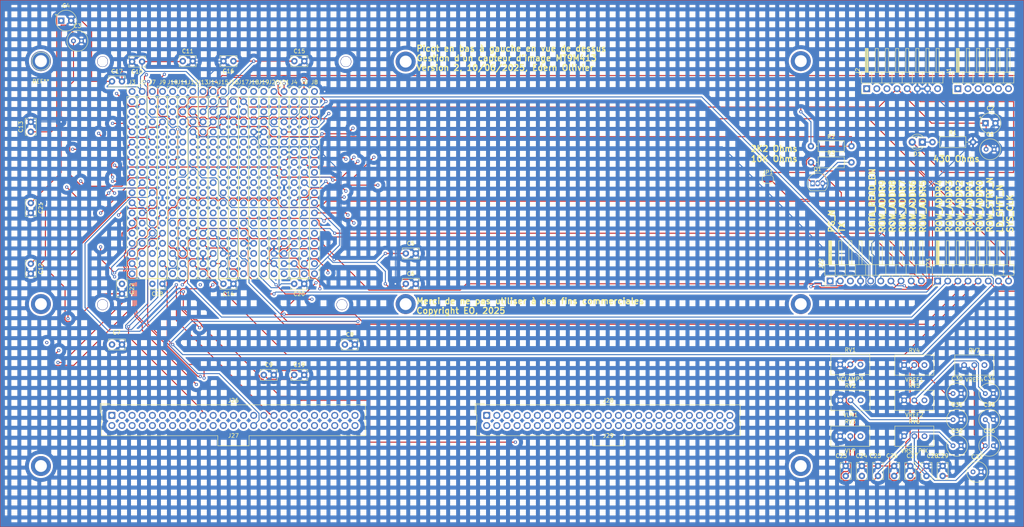
<source format=kicad_pcb>
(kicad_pcb (version 20241229) (generator "pcbnew") (generator_version "9.0")
  (title_block (title "Carte de gestion d'un capteur d'image et de sortie des images") (date "2025-02-10") (rev "1"))
  (layers (0 "F.Cu" signal) (4 "In1.Cu" signal) (6 "In2.Cu" signal) (8 "In3.Cu" signal) (10 "In4.Cu" signal) (2 "B.Cu" signal) (13 "F.Paste" user) (15 "B.Paste" user) (5 "F.SilkS" user "F.Silkscreen") (7 "B.SilkS" user "B.Silkscreen") (1 "F.Mask" user) (3 "B.Mask" user) (25 "Edge.Cuts" user))
  (net 0 "")
  (net 9 "+3.3V")
  (net 10 "Net-(D1-K)")
  (net 14 "DATA54")
  (net 15 "DATA32")
  (net 17 "DATA51")
  (net 19 "DATA79")
  (net 21 "DATA11")
  (net 25 "DATA97")
  (net 27 "DATA74")
  (net 28 "DATA77")
  (net 30 "DATA15")
  (net 31 "DATA56")
  (net 33 "DATA6")
  (net 36 "DATA62")
  (net 37 "DATA40")
  (net 38 "DATA1")
  (net 39 "DATA26")
  (net 40 "DATA27")
  (net 41 "DATA45")
  (net 42 "DATA85")
  (net 43 "DATA58")
  (net 44 "DATA30")
  (net 48 "DATA99")
  (net 49 "DATA35")
  (net 51 "DATA33")
  (net 52 "DATA17")
  (net 54 "DATA88")
  (net 56 "DATA29")
  (net 57 "DATA4")
  (net 59 "DATA48")
  (net 63 "DATA41")
  (net 64 "DATA44")
  (net 65 "DATA69")
  (net 66 "DATA46")
  (net 67 "DATA24")
  (net 68 "DATA22")
  (net 69 "DATA2")
  (net 70 "DATA67")
  (net 71 "DATA96")
  (net 72 "DATA50")
  (net 75 "DATA72")
  (net 76 "DATA75")
  (net 78 "DATA12")
  (net 79 "DATA31")
  (net 81 "DATA39")
  (net 83 "DATA59")
  (net 85 "DATA36")
  (net 86 "DATA55")
  (net 100 "DATA25")
  (net 101 "DATA65")
  (net 102 "DATA63")
  (net 103 "DATA20")
  (net 105 "DATA93")
  (net 106 "DATA71")
  (net 107 "DATA18")
  (net 109 "DATA73")
  (net 111 "Net-(J22-Pin_6)")
  (net 112 "DATA37")
  (net 113 "DATA34")
  (net 114 "DATA94")
  (net 115 "DATA52")
  (net 116 "DATA14")
  (net 117 "DATA57")
  (net 119 "DATA10")
  (net 120 "DATA76")
  (net 121 "DATA95")
  (net 122 "DATA19")
  (net 124 "DATA92")
  (net 125 "DATA91")
  (net 129 "DATA78")
  (net 130 "DATA38")
  (net 132 "DATA70")
  (net 133 "DATA16")
  (net 134 "DATA53")
  (net 135 "Net-(J10-Pin_18)")
  (net 136 "DATA13")
  (net 137 "Net-(J11-Pin_18)")
  (net 144 "Net-(J11-Pin_16)")
  (net 145 "Net-(J11-Pin_17)")
  (net 149 "DATA98")
  (net 155 "Net-(J12-Pin_17)")
  (net 160 "Net-(J12-Pin_18)")
  (net 161 "Net-(J12-Pin_15)")
  (net 166 "Net-(J12-Pin_3)")
  (net 169 "GND")
  (net 173 "Net-(J13-Pin_15)")
  (net 180 "DATA90")
  (net 182 "Net-(J13-Pin_16)")
  (net 190 "Net-(J14-Pin_3)")
  (net 193 "DATA8")
  (net 201 "Net-(J14-Pin_17)")
  (net 208 "Net-(J15-Pin_15)")
  (net 209 "Net-(J15-Pin_2)")
  (net 215 "Net-(J15-Pin_16)")
  (net 229 "Net-(J17-Pin_18)")
  (net 230 "Net-(J16-Pin_15)")
  (net 231 "Net-(J16-Pin_16)")
  (net 233 "Net-(J16-Pin_4)")
  (net 238 "DATA80")
  (net 243 "Net-(J19-Pin_17)")
  (net 244 "Net-(J15-Pin_4)")
  (net 245 "Net-(J17-Pin_3)")
  (net 255 "Net-(J18-Pin_17)")
  (net 257 "DATA82")
  (net 266 "DATA81")
  (net 269 "DATA9")
  (net 272 "DATA86")
  (net 273 "DATA84")
  (net 279 "DATA7")
  (net 280 "DATA28")
  (net 281 "DATA43")
  (net 284 "DATA49")
  (net 286 "DATA89")
  (net 288 "DATA68")
  (net 290 "DATA61")
  (net 292 "DATA23")
  (net 293 "DATA64")
  (net 295 "DATA66")
  (net 296 "DATA47")
  (net 297 "DATA83")
  (net 298 "DATA0")
  (net 299 "DATA42")
  (net 300 "DATA60")
  (net 302 "DATA21")
  (net 303 "DATA5")
  (net 304 "DATA87")
  (net 305 "DATA3")
  (net 307 "Net-(D1-A)")
  (net 308 "Net-(J22-Pin_2)")
  (net 309 "Net-(Q1-B)")
  (footprint "Connector_PinHeader_2.54mm:PinHeader_1x19_P2.54mm_Vertical" (layer "F.Cu") (at 73.66 38.1)
    (property "Reference" "J15")
    (property "Value" "K" (hide yes))
  )
  (footprint "Connector_PinHeader_2.54mm:PinHeader_1x19_P2.54mm_Vertical" (layer "F.Cu") (at 78.74 38.1)
    (property "Reference" "J17")
    (property "Value" "M" (hide yes))
  )
  (footprint "Connector_PinHeader_2.54mm:PinHeader_1x19_P2.54mm_Vertical" (layer "F.Cu") (at 68.58 38.1)
    (property "Reference" "J13")
    (property "Value" "H" (hide yes))
  )
  (footprint "Connector_PinHeader_2.54mm:PinHeader_1x19_P2.54mm_Vertical" (layer "F.Cu") (at 63.5 38.1)
    (property "Reference" "J11")
    (property "Value" "F" (hide yes))
  )
  (footprint "Capacitor_THT:C_Rect_L4.0mm_W2.5mm_P2.50mm" (layer "F.Cu") (at 254 134.58 90)
    (property "Reference" "C29")
    (property "Value" "C")
  )
  (footprint "Connector_PinHeader_2.54mm:PinHeader_1x19_P2.54mm_Vertical" (layer "F.Cu") (at 50.8 38.1)
    (property "Reference" "J3")
    (property "Value" "A" (hide yes))
  )
  (footprint "Connector_PinHeader_2.54mm:PinHeader_1x19_P2.54mm_Vertical" (layer "F.Cu") (at 86.36 38.1)
    (property "Reference" "J20")
    (property "Value" "R" (hide yes))
  )
  (footprint "" (layer "F.Cu") (at 27.94 132.08)
    (property "Reference" "")
    (property "Value" "")
  )
  (footprint "Capacitor_THT:C_Radial_D5.0mm_H5.0mm_P2.00mm" (layer "F.Cu") (at 256.61 113.9)
    (property "Reference" "C30")
    (property "Value" "C")
  )
  (footprint "Capacitor_THT:C_Rect_L4.0mm_W2.5mm_P2.50mm" (layer "F.Cu") (at 73.7 86.36)
    (property "Reference" "C14")
    (property "Value" "C")
  )
  (footprint "Connector_PinHeader_2.54mm:PinHeader_1x19_P2.54mm_Vertical" (layer "F.Cu") (at 76.2 38.1)
    (property "Reference" "J16")
    (property "Value" "L" (hide yes))
  )
  (footprint "Connector_PinHeader_2.54mm:PinHeader_1x08_P2.54mm_Horizontal" (layer "F.Cu") (at 234.965 37.395 90)
    (property "Reference" "J2")
    (property "Value" "Conn_01x08_Male" (hide yes))
  )
  (footprint "Connector_PinHeader_2.54mm:PinHeader_1x19_P2.54mm_Vertical" (layer "F.Cu") (at 53.34 38.1)
    (property "Reference" "J5")
    (property "Value" "B" (hide yes))
  )
  (footprint "Capacitor_THT:C_Rect_L4.0mm_W2.5mm_P2.50mm" (layer "F.Cu") (at 45.76 101.6)
    (property "Reference" "C7")
    (property "Value" "C")
  )
  (footprint "Capacitor_THT:C_Rect_L4.0mm_W2.5mm_P2.50mm" (layer "F.Cu") (at 241.85 134.58 90)
    (property "Reference" "C26")
    (property "Value" "C")
  )
  (footprint "" (layer "F.Cu") (at 119.38 30.6)
    (property "Reference" "")
    (property "Value" "")
  )
  (footprint "Capacitor_THT:C_Rect_L4.0mm_W2.5mm_P2.50mm" (layer "F.Cu") (at 249.95 134.58 90)
    (property "Reference" "C28")
    (property "Value" "C")
  )
  (footprint "TestPoint:TestPoint_THTPad_D4.0mm_Drill2.0mm" (layer "F.Cu") (at 27.94 30.48)
    (property "Reference" "REF**")
    (property "Value" "TestPoint_THTPad_D4.0mm_Drill2.0mm" (hide yes))
  )
  (footprint "Capacitor_THT:C_Radial_D5.0mm_H5.0mm_P2.00mm" (layer "F.Cu") (at 256.61 120.45)
    (property "Reference" "C31")
    (property "Value" "C")
  )
  (footprint "Capacitor_THT:C_Rect_L4.0mm_W2.5mm_P2.50mm" (layer "F.Cu") (at 53.3 30.6 180)
    (property "Reference" "C10")
    (property "Value" "C")
  )
  (footprint "" (layer "F.Cu") (at 218.44 91.44)
    (property "Reference" "")
    (property "Value" "")
  )
  (footprint "Connector_Molex:Molex_SL_171971-0025_1x25_P2.54mm_Vertical" (layer "F.Cu") (at 139.7 121.92)
    (property "Reference" "J29")
    (property "Value" "Conn_01x25_Pin" (hide yes))
  )
  (footprint "" (layer "F.Cu") (at 218.44 132.08)
    (property "Reference" "")
    (property "Value" "")
  )
  (footprint "Capacitor_THT:C_Rect_L4.0mm_W2.5mm_P2.50mm" (layer "F.Cu") (at 119.42 86.36)
    (property "Reference" "C6")
    (property "Value" "C")
  )
  (footprint "Capacitor_THT:C_Radial_D5.0mm_H5.0mm_P2.00mm" (layer "F.Cu") (at 264.7 127)
    (property "Reference" "C36")
    (property "Value" "C")
  )
  (footprint "Connector_PinHeader_2.54mm:PinHeader_1x19_P2.54mm_Vertical" (layer "F.Cu") (at 81.28 38.1)
    (property "Reference" "J18")
    (property "Value" "N" (hide yes))
  )
  (footprint "Capacitor_THT:C_Radial_D5.0mm_H5.0mm_P2.00mm" (layer "F.Cu") (at 261.62 133.55)
    (property "Reference" "C33")
    (property "Value" "C")
  )
  (footprint "Potentiometer_THT:Potentiometer_Bourns_3296W_Vertical" (layer "F.Cu") (at 233.4 124.6)
    (property "Reference" "RV3")
    (property "Value" "VLP")
  )
  (footprint "Capacitor_THT:C_Rect_L4.0mm_W2.5mm_P2.50mm" (layer "F.Cu") (at 25.4 48.22 90)
    (property "Reference" "C13")
    (property "Value" "C")
  )
  (footprint "Capacitor_THT:C_Rect_L4.0mm_W2.5mm_P2.50mm" (layer "F.Cu") (at 48.26 86.36 -90)
    (property "Reference" "C22")
    (property "Value" "C")
  )
  (footprint "Capacitor_THT:C_Radial_D5.0mm_H5.0mm_P2.00mm" (layer "F.Cu") (at 264.7 120.45)
    (property "Reference" "C35")
    (property "Value" "C")
  )
  (footprint "Capacitor_THT:C_Rect_L4.0mm_W2.5mm_P2.50mm" (layer "F.Cu") (at 83.82 109.22)
    (property "Reference" "C9")
    (property "Value" "C")
  )
  (footprint "Package_TO_SOT_THT:TO-92_Inline" (layer "F.Cu") (at 221.39 61.16)
    (property "Reference" "Q1")
    (property "Value" "BC550")
  )
  (footprint "Connector_PinHeader_2.54mm:PinHeader_1x19_P2.54mm_Vertical" (layer "F.Cu") (at 55.88 38.1)
    (property "Reference" "J7")
    (property "Value" "C" (hide yes))
  )
  (footprint "" (layer "F.Cu") (at 103.4 91.6)
    (property "Reference" "")
    (property "Value" "")
  )
  (footprint "Capacitor_THT:CP_Radial_Tantal_D5.0mm_P2.50mm" (layer "F.Cu") (at 33.02 20.32)
    (property "Reference" "C4")
    (property "Value" "C_Polarized")
  )
  (footprint "Connector_PinHeader_2.54mm:PinHeader_1x19_P2.54mm_Vertical" (layer "F.Cu") (at 93.98 38.1)
    (property "Reference" "J6")
    (property "Value" "V" (hide yes))
  )
  (footprint "Capacitor_THT:C_Radial_D5.0mm_H5.0mm_P2.00mm" (layer "F.Cu") (at 264.7 113.9)
    (property "Reference" "C34")
    (property "Value" "C")
  )
  (footprint "Connector_PinHeader_2.54mm:PinHeader_1x06_P2.54mm_Horizontal" (layer "F.Cu") (at 257.81 37.395 90)
    (property "Reference" "J1")
    (property "Value" "Conn_01x06_Male" (hide yes))
  )
  (footprint "Capacitor_THT:C_Rect_L4.0mm_W2.5mm_P2.50mm" (layer "F.Cu") (at 91.44 109.22)
    (property "Reference" "C19")
    (property "Value" "C")
  )
  (footprint "Resistor_THT:R_Axial_DIN0207_L6.3mm_D2.5mm_P10.16mm_Horizontal" (layer "F.Cu") (at 220.98 55.88)
    (property "Reference" "R3")
    (property "Value" "R")
  )
  (footprint "Potentiometer_THT:Potentiometer_Bourns_3296W_Vertical" (layer "F.Cu") (at 233.44 115.6)
    (property "Reference" "RV2")
    (property "Value" "VLN1")
  )
  (footprint "Connector_PinHeader_2.54mm:PinHeader_1x19_P2.54mm_Vertical" (layer "F.Cu") (at 88.9 38.1)
    (property "Reference" "J21")
    (property "Value" "T" (hide yes))
  )
  (footprint "Connector_PinHeader_2.54mm:PinHeader_1x19_P2.54mm_Vertical" (layer "F.Cu") (at 71.12 38.1)
    (property "Reference" "J14")
    (property "Value" "J" (hide yes))
  )
  (footprint "Resistor_THT:R_Axial_DIN0207_L6.3mm_D2.5mm_P10.16mm_Horizontal" (layer "F.Cu") (at 220.98 51.83)
    (property "Reference" "R2")
    (property "Value" "R")
  )
  (footprint "Capacitor_THT:C_Rect_L4.0mm_W2.5mm_P2.50mm" (layer "F.Cu") (at 76.2 30.48 180)
    (property "Reference" "C16")
    (property "Value" "C")
  )
  (footprint "Connector_PinHeader_2.54mm:PinHeader_1x10_P2.54mm_Horizontal" (layer "F.Cu") (at 225.795 85.655 90)
    (property "Reference" "J22")
    (property "Value" "Conn_01x10_Male" (hide yes))
  )
  (footprint "Connector_Molex:Molex_SL_171971-0025_1x25_P2.54mm_Vertical" (layer "F.Cu") (at 139.7 119.38)
    (property "Reference" "J28")
    (property "Value" "Conn_01x25_Pin" (hide yes))
  )
  (footprint "" (layer "F.Cu") (at 218.44 30.48)
    (property "Reference" "")
    (property "Value" "")
  )
  (footprint "Capacitor_THT:C_Rect_L4.0mm_W2.5mm_P2.50mm" (layer "F.Cu") (at 55.88 86.36)
    (property "Reference" "C18")
    (property "Value" "C")
  )
  (footprint "Connector_PinHeader_2.54mm:PinHeader_1x19_P2.54mm_Vertical" (layer "F.Cu") (at 91.44 38.1)
    (property "Reference" "J4")
    (property "Value" "U" (hide yes))
  )
  (footprint "Connector_PinHeader_2.54mm:PinHeader_1x19_P2.54mm_Vertical" (layer "F.Cu") (at 83.82 38.1)
    (property "Reference" "J19")
    (property "Value" "P" (hide yes))
  )
  (footprint "Capacitor_THT:C_Rect_L4.0mm_W2.5mm_P2.50mm" (layer "F.Cu") (at 237.8 134.58 90)
    (property "Reference" "C25")
    (property "Value" "C")
  )
  (footprint "Capacitor_THT:C_Rect_L4.0mm_W2.5mm_P2.50mm" (layer "F.Cu") (at 25.4 81.32 -90)
    (property "Reference" "C12")
    (property "Value" "C")
  )
  (footprint "Connector_PinHeader_2.54mm:PinHeader_1x19_P2.54mm_Vertical" (layer "F.Cu") (at 60.96 38.1)
    (property "Reference" "J10")
    (property "Value" "E" (hide yes))
  )
  (footprint "Connector_PinHeader_2.54mm:PinHeader_1x19_P2.54mm_Vertical" (layer "F.Cu") (at 66.04 38.1)
    (property "Reference" "J12")
    (property "Value" "G" (hide yes))
  )
  (footprint "" (layer "F.Cu") (at 104.4 30.6)
    (property "Reference" "")
    (property "Value" "")
  )
  (footprint "Connector_PinHeader_2.54mm:PinHeader_1x19_P2.54mm_Vertical" (layer "F.Cu") (at 96.52 38.1)
    (property "Reference" "J8")
    (property "Value" "W" (hide yes))
  )
  (footprint "Capacitor_THT:C_Rect_L4.0mm_W2.5mm_P2.50mm" (layer "F.Cu") (at 45.76 35.56)
    (property "Reference" "C17")
    (property "Value" "C")
  )
  (footprint "LED_THT:LED_D3.0mm" (layer "F.Cu") (at 248.92 50.8 180)
    (property "Reference" "D1")
    (property "Value" "LED")
  )
  (footprint "Connector_Molex:Molex_SL_171971-0025_1x25_P2.54mm_Vertical" (layer "F.Cu") (at 45.72 119.38)
    (property "Reference" "J26")
    (property "Value" "Conn_01x25_Pin" (hide yes))
  )
  (footprint "Capacitor_THT:C_Rect_L4.0mm_W2.5mm_P2.50mm" (layer "F.Cu") (at 91.44 86.36)
    (property "Reference" "C20")
    (property "Value" "C")
  )
  (footprint "Potentiometer_THT:Potentiometer_Bourns_3296W_Vertical" (layer "F.Cu") (at 264.48 106.75)
    (property "Reference" "RV7")
    (property "Value" "VREF4")
  )
  (footprint "Capacitor_THT:C_Rect_L4.0mm_W2.5mm_P2.50mm" (layer "F.Cu") (at 119.42 78.74)
    (property "Reference" "C5")
    (property "Value" "C")
  )
  (footprint "Capacitor_THT:CP_Radial_Tantal_D5.0mm_P2.50mm" (layer "F.Cu") (at 264.739775 46.05)
    (property "Reference" "C2")
    (property "Value" "C_Polarized")
  )
  (footprint "Capacitor_THT:C_Radial_D5.0mm_H5.0mm_P2.00mm" (layer "F.Cu") (at 256.61 127)
    (property "Reference" "C32")
    (property "Value" "C")
  )
  (footprint "" (layer "F.Cu") (at 119.38 91.44)
    (property "Reference" "")
    (property "Value" "")
  )
  (footprint "" (layer "F.Cu") (at 27.94 91.44)
    (property "Reference" "")
    (property "Value" "")
  )
  (footprint "Potentiometer_THT:Potentiometer_Bourns_3296W_Vertical" (layer "F.Cu") (at 249.44 115.6)
    (property "Reference" "RV5")
    (property "Value" "VREF2")
  )
  (footprint "Capacitor_THT:C_Rect_L4.0mm_W2.5mm_P2.50mm" (layer "F.Cu") (at 91.48 30.48)
    (property "Reference" "C15")
    (property "Value" "C")
  )
  (footprint "Potentiometer_THT:Potentiometer_Bourns_3296W_Vertical" (layer "F.Cu") (at 249.45 124.6)
    (property "Reference" "RV6")
    (property "Value" "VRST_PIX")
  )
  (footprint "Potentiometer_THT:Potentiometer_Bourns_3296W_Vertical" (layer "F.Cu") (at 249.44 106.75)
    (property "Reference" "RV4")
    (property "Value" "VREF1")
  )
  (footprint "Connector_PinHeader_2.54mm:PinHeader_1x19_P2.54mm_Vertical" (layer "F.Cu") (at 58.42 38.1)
    (property "Reference" "J9")
    (property "Value" "D" (hide yes))
  )
  (footprint "" (layer "F.Cu") (at 43.4 91.6)
    (property "Reference" "")
    (property "Value" "")
  )
  (footprint "Capacitor_THT:C_Rect_L4.0mm_W2.5mm_P2.50mm" (layer "F.Cu") (at 63.5 30.48)
    (property "Reference" "C11")
    (property "Value" "C")
  )
  (footprint "Jumper:SolderJumper-2_P1.3mm_Open_RoundedPad1.0x1.5mm" (layer "F.Cu") (at 210.17 60.165023)
    (property "Reference" "JP1")
    (property "Value" "SolderJumper_2_Open")
  )
  (footprint "Potentiometer_THT:Potentiometer_Bourns_3296W_Vertical" (layer "F.Cu") (at 233.4 106.6)
    (property "Reference" "RV1")
    (property "Value" "VCLAMP3")
  )
  (footprint "Capacitor_THT:C_Rect_L4.0mm_W2.5mm_P2.50mm" (layer "F.Cu") (at 229.7 134.58 90)
    (property "Reference" "C23")
    (property "Value" "C")
  )
  (footprint "Capacitor_THT:C_Radial_D5.0mm_H5.0mm_P2.00mm" (layer "F.Cu") (at 36.1 25.4)
    (property "Reference" "C3")
    (property "Value" "C")
  )
  (footprint "Capacitor_THT:C_Radial_D5.0mm_H5.0mm_P2.00mm" (layer "F.Cu") (at 264.9 52.6)
    (property "Reference" "C1")
    (property "Value" "C")
  )
  (footprint "Capacitor_THT:C_Rect_L4.0mm_W2.5mm_P2.50mm" (layer "F.Cu") (at 233.75 134.58 90)
    (property "Reference" "C24")
    (property "Value" "C")
  )
  (footprint "Capacitor_THT:C_Rect_L4.0mm_W2.5mm_P2.50mm" (layer "F.Cu") (at 25.4 66.08 -90)
    (property "Reference" "C21")
    (property "Value" "C")
  )
  (footprint "Connector_PinHeader_2.54mm:PinHeader_1x08_P2.54mm_Horizontal" (layer "F.Cu") (at 252.745 85.655 90)
    (property "Reference" "J23")
    (property "Value" "Conn_01x08_Male" (hide yes))
  )
  (footprint "Resistor_THT:R_Axial_DIN0207_L6.3mm_D2.5mm_P10.16mm_Horizontal" (layer "F.Cu") (at 251.46 50.8)
    (property "Reference" "R1")
    (property "Value" "R")
  )
  (footprint "Capacitor_THT:C_Rect_L4.0mm_W2.5mm_P2.50mm" (layer "F.Cu") (at 245.9 134.58 90)
    (property "Reference" "C27")
    (property "Value" "C")
  )
  (footprint "" (layer "F.Cu") (at 43.4 30.6)
    (property "Reference" "")
    (property "Value" "")
  )
  (footprint "Capacitor_THT:C_Rect_L4.0mm_W2.5mm_P2.50mm" (layer "F.Cu") (at 104.14 101.6)
    (property "Reference" "C8")
    (property "Value" "C")
  )
  (footprint "Connector_Molex:Molex_SL_171971-0025_1x25_P2.54mm_Vertical" (layer "F.Cu") (at 45.72 121.92)
    (property "Reference" "J27")
    (property "Value" "Conn_01x25_Pin" (hide yes))
  )
  (gr_rect (start 17.78 15.24) (end 274.32 147.32) (stroke (width 0.2)) (fill no) (layer "F.Cu"))
  (gr_text "ROW_ADDR5" (at 249.92 73.66 90) (layer "F.SilkS") (effects (font (size 1.5 1.5) (thickness 0.3) (bold yes)) (justify left bottom)))
  (gr_text "ROW_ADDR3" (at 256.54 73.66 90) (layer "F.SilkS") (effects (font (size 1.5 1.5) (thickness 0.3) (bold yes)) (justify left bottom)))
  (gr_text "10K Ohms" (at 205.74 55.88 0) (layer "F.SilkS") (effects (font (size 1.5 1.5) (thickness 0.3) (bold yes)) (justify left bottom)))
  (gr_text "DATA_READ_EN" (at 237.22 73.66 90) (layer "F.SilkS") (effects (font (size 1.5 1.5) (thickness 0.3) (bold yes)) (justify left bottom)))
  (gr_text "2K2 Ohms" (at 205.74 53.34 0) (layer "F.SilkS") (effects (font (size 1.5 1.5) (thickness 0.3) (bold yes)) (justify left bottom)))
  (gr_text "ROW_ADDR4" (at 254 73.66 90) (layer "F.SilkS") (effects (font (size 1.5 1.5) (thickness 0.3) (bold yes)) (justify left bottom)))
  (gr_text "430 Ohms" (at 251.46 55.88 0) (layer "F.SilkS") (effects (font (size 1.5 1.5) (thickness 0.3) (bold yes)) (justify left bottom)))
  (gr_text "Picot en bas à gauche en vue de dessus\nGestion d'un capteur d'image MT9M413\nVersion 2, 10/06/2025, Edern Ollivier\n" (at 121.92 33.02 0) (layer "F.SilkS") (effects (font (size 1.5 1.5) (thickness 0.3) (bold yes)) (justify left bottom)))
  (gr_text "SYS_CLK" (at 271.78 73.66 90) (layer "F.SilkS") (effects (font (size 1.5 1.5) (thickness 0.3) (bold yes)) (justify left bottom)))
  (gr_text "ROW_ADDR1" (at 261.62 73.66 90) (layer "F.SilkS") (effects (font (size 1.5 1.5) (thickness 0.3) (bold yes)) (justify left bottom)))
  (gr_text "ROW_ADDR7" (at 244.84 73.66 90) (layer "F.SilkS") (effects (font (size 1.5 1.5) (thickness 0.3) (bold yes)) (justify left bottom)))
  (gr_text "ROW_ADDR0" (at 264.16 73.66 90) (layer "F.SilkS") (effects (font (size 1.5 1.5) (thickness 0.3) (bold yes)) (justify left bottom)))
  (gr_text "ROW_ADDR9" (at 239.76 73.66 90) (layer "F.SilkS") (effects (font (size 1.5 1.5) (thickness 0.3) (bold yes)) (justify left bottom)))
  (gr_text "ROW_ADDR2" (at 259.08 73.66 90) (layer "F.SilkS") (effects (font (size 1.5 1.5) (thickness 0.3) (bold yes)) (justify left bottom)))
  (gr_text "LD_SHFT_N" (at 269.24 73.66 90) (layer "F.SilkS") (effects (font (size 1.5 1.5) (thickness 0.3) (bold yes)) (justify left bottom)))
  (gr_text "Merci de ne pas utiliser à des fins commerciales\nCopyright EO, 2025\n" (at 121.92 93.98 0) (layer "F.SilkS") (effects (font (size 1.5 1.5) (thickness 0.3) (bold yes)) (justify left bottom)))
  (gr_text "ROW_ADDR8" (at 242.3 73.66 90) (layer "F.SilkS") (effects (font (size 1.5 1.5) (thickness 0.3) (bold yes)) (justify left bottom)))
  (gr_text "TX" (at 229.6 73.66 90) (layer "F.SilkS") (effects (font (size 1.5 1.5) (thickness 0.3) (bold yes)) (justify left bottom)))
  (gr_text "ROW_ADDR6" (at 247.38 73.66 90) (layer "F.SilkS") (effects (font (size 1.5 1.5) (thickness 0.3) (bold yes)) (justify left bottom)))
  (gr_text "ROW_STRT_N" (at 266.7 73.66 90) (layer "F.SilkS") (effects (font (size 1.5 1.5) (thickness 0.3) (bold yes)) (justify left bottom)))
  (gr_text "PG_N" (at 227.06 73.66 90) (layer "F.SilkS") (effects (font (size 1.5 1.5) (thickness 0.3) (bold yes)) (justify left bottom)))
  (segment (start 27.94 78.78) (end 25.4 81.32) (width 0.25) (layer "F.Cu") (net 9))
  (segment (start 26.814 64.626) (end 33.02 58.42) (width 0.25) (layer "F.Cu") (net 9))
  (segment (start 63.38 30.6) (end 63.5 30.48) (width 0.25) (layer "F.Cu") (net 9))
  (segment (start 31.894 17.78) (end 35.56 17.78) (width 0.25) (layer "F.Cu") (net 9))
  (segment (start 119.42 86.36) (end 118.620001 87.159999) (width 0.25) (layer "F.Cu") (net 9))
  (segment (start 218.44 42.005) (end 218.44 43.18) (width 0.25) (layer "F.Cu") (net 9))
  (segment (start 86.36 81.28) (end 83.82 81.28) (width 0.25) (layer "F.Cu") (net 9))
  (segment (start 264.739775 46.439775) (end 264.9 46.6) (width 0.25) (layer "F.Cu") (net 9))
  (segment (start 83.82 109.22) (end 84.946 110.346) (width 0.25) (layer "F.Cu") (net 9))
  (segment (start 27.473595 67.126) (end 27.94 67.126) (width 0.25) (layer "F.Cu") (net 9))
  (segment (start 251.24 46.05) (end 242.585 37.395) (width 0.25) (layer "F.Cu") (net 9))
  (segment (start 237.975 42.005) (end 242.585 37.395) (width 0.25) (layer "F.Cu") (net 9))
  (segment (start 84.946 110.346) (end 90.314 110.346) (width 0.25) (layer "F.Cu") (net 9))
  (segment (start 40.64 22.86) (end 40.64 35.56) (width 0.25) (layer "F.Cu") (net 9))
  (segment (start 118.620001 87.159999) (end 115.099999 87.159999) (width 0.25) (layer "F.Cu") (net 9))
  (segment (start 237.975 42.005) (end 218.44 42.005) (width 0.25) (layer "F.Cu") (net 9))
  (segment (start 31.894 47.094) (end 31.646 47.094) (width 0.25) (layer "F.Cu") (net 9))
  (segment (start 69.945 46.895) (end 71.12 45.72) (width 0.25) (layer "F.Cu") (net 9))
  (segment (start 33.02 48.22) (end 31.894 47.094) (width 0.25) (layer "F.Cu") (net 9))
  (segment (start 65.653299 41.905) (end 64.865 42.693299) (width 0.25) (layer "F.Cu") (net 9))
  (segment (start 90.314 110.346) (end 91.44 109.22) (width 0.25) (layer "F.Cu") (net 9))
  (segment (start 78.74 40.64) (end 77.565 39.465) (width 0.25) (layer "F.Cu") (net 9))
  (segment (start 115.099999 87.159999) (end 114.3 86.36) (width 0.25) (layer "F.Cu") (net 9))
  (segment (start 67.891701 45.72) (end 67.405 46.206701) (width 0.25) (layer "F.Cu") (net 9))
  (segment (start 53.3 30.6) (end 63.38 30.6) (width 0.25) (layer "F.Cu") (net 9))
  (segment (start 66.768604 44.545) (end 67.405 45.181396) (width 0.25) (layer "F.Cu") (net 9))
  (segment (start 85.184 78.252884) (end 85.184 80.104) (width 0.25) (layer "F.Cu") (net 9))
  (segment (start 80.105 42.005) (end 237.975 42.005) (width 0.25) (layer "F.Cu") (net 9))
  (segment (start 88.9 48.26) (end 91.44 48.26) (width 0.25) (layer "F.Cu") (net 9))
  (segment (start 81.28 30.48) (end 91.48 30.48) (width 0.25) (layer "F.Cu") (net 9))
  (segment (start 74.835 40.343299) (end 74.835 41.905) (width 0.25) (layer "F.Cu") (net 9))
  (segment (start 65.551884 42.005) (end 64.864 42.692884) (width 0.25) (layer "F.Cu") (net 9))
  (segment (start 78.74 40.64) (end 80.105 42.005) (width 0.25) (layer "F.Cu") (net 9))
  (segment (start 76.2 30.48) (end 81.28 30.48) (width 0.25) (layer "F.Cu") (net 9))
  (segment (start 67.405 45.181396) (end 67.405 46.206701) (width 0.25) (layer "F.Cu") (net 9))
  (segment (start 114.3 78.74) (end 119.42 78.74) (width 0.25) (layer "F.Cu") (net 9))
  (segment (start 77.565 39.465) (end 75.713299 39.465) (width 0.25) (layer "F.Cu") (net 9))
  (segment (start 85.872884 77.564) (end 85.184 78.252884) (width 0.25) (layer "F.Cu") (net 9))
  (segment (start 25.4 66.08) (end 26.814 64.666) (width 0.25) (layer "F.Cu") (net 9))
  (segment (start 31.646 47.094) (end 30.52 48.22) (width 0.25) (layer "F.Cu") (net 9))
  (segment (start 64.865 43.666701) (end 65.743299 44.545) (width 0.25) (layer "F.Cu") (net 9))
  (segment (start 31.894 47.094) (end 31.894 17.78) (width 0.25) (layer "F.Cu") (net 9))
  (segment (start 26.814 66.466405) (end 27.473595 67.126) (width 0.25) (layer "F.Cu") (net 9))
  (segment (start 73.66 81.28) (end 71.12 81.28) (width 0.25) (layer "F.Cu") (net 9))
  (segment (start 30.52 48.22) (end 25.4 48.22) (width 0.25) (layer "F.Cu") (net 9))
  (segment (start 88.9 76.2) (end 87.536 77.564) (width 0.25) (layer "F.Cu") (net 9))
  (segment (start 87.536 77.564) (end 85.872884 77.564) (width 0.25) (layer "F.Cu") (net 9))
  (segment (start 75.713299 39.465) (end 74.835 40.343299) (width 0.25) (layer "F.Cu") (net 9))
  (segment (start 33.02 48.22) (end 33.02 58.42) (width 0.25) (layer "F.Cu") (net 9))
  (segment (start 264.739775 46.05) (end 264.739775 46.439775) (width 0.25) (layer "F.Cu") (net 9))
  (segment (start 35.56 17.78) (end 40.64 22.86) (width 0.25) (layer "F.Cu") (net 9))
  (segment (start 26.814 64.666) (end 26.814 64.626) (width 0.25) (layer "F.Cu") (net 9))
  (segment (start 67.405 46.206701) (end 68.093299 46.895) (width 0.25) (layer "F.Cu") (net 9))
  (segment (start 65.743299 44.545) (end 66.768604 44.545) (width 0.25) (layer "F.Cu") (net 9))
  (segment (start 27.94 67.126) (end 27.94 78.78) (width 0.25) (layer "F.Cu") (net 9))
  (segment (start 64.865 42.693299) (end 64.865 43.666701) (width 0.25) (layer "F.Cu") (net 9))
  (segment (start 68.58 45.72) (end 67.891701 45.72) (width 0.25) (layer "F.Cu") (net 9))
  (segment (start 74.835 41.905) (end 65.653299 41.905) (width 0.25) (layer "F.Cu") (net 9))
  (segment (start 68.093299 46.895) (end 69.945 46.895) (width 0.25) (layer "F.Cu") (net 9))
  (segment (start 264.9 46.6) (end 264.9 52.6) (width 0.25) (layer "F.Cu") (net 9))
  (segment (start 264.739775 46.05) (end 251.24 46.05) (width 0.25) (layer "F.Cu") (net 9))
  (segment (start 40.64 35.56) (end 45.76 35.56) (width 0.25) (layer "F.Cu") (net 9))
  (segment (start 26.814 64.626) (end 26.814 66.466405) (width 0.25) (layer "F.Cu") (net 9))
  (segment (start 85.184 80.104) (end 86.36 81.28) (width 0.25) (layer "F.Cu") (net 9))
  (via (at 114.3 86.36) (size 0.8) (drill 0.4) (layers "F.Cu" "B.Cu") (net 9))
  (via (at 114.3 78.74) (size 0.8) (drill 0.4) (layers "F.Cu" "B.Cu") (net 9))
  (via (at 81.28 30.48) (size 0.8) (drill 0.4) (layers "F.Cu" "B.Cu") (net 9))
  (via (at 218.44 43.18) (size 0.8) (drill 0.4) (layers "F.Cu" "B.Cu") (net 9))
  (segment (start 53.3 30.6) (end 53.3 32.179948) (width 0.25) (layer "B.Cu") (net 9))
  (segment (start 85.184 44.356) (end 82.644 44.356) (width 0.25) (layer "B.Cu") (net 9))
  (segment (start 64.865 55.6) (end 64.865 56.366701) (width 0.25) (layer "B.Cu") (net 9))
  (segment (start 82.644 75.024) (end 82.644 84.307116) (width 0.25) (layer "B.Cu") (net 9))
  (segment (start 97.02 67.22) (end 102.775 72.975) (width 0.25) (layer "B.Cu") (net 9))
  (segment (start 53.34 38.1) (end 52.9 37.66) (width 0.25) (layer "B.Cu") (net 9))
  (segment (start 64.865 56.366701) (end 65.718299 57.22) (width 0.25) (layer "B.Cu") (net 9))
  (segment (start 52.164 36.924) (end 53.34 38.1) (width 0.25) (layer "B.Cu") (net 9))
  (segment (start 114.3 78.74) (end 112.043149 80.996851) (width 0.25) (layer "B.Cu") (net 9))
  (segment (start 63.987116 59.596) (end 64.865 58.718116) (width 0.25) (layer "B.Cu") (net 9))
  (segment (start 88.16672 86.36) (end 87.626 86.90072) (width 0.25) (layer "B.Cu") (net 9))
  (segment (start 102.775 76.686701) (end 99.890851 79.570851) (width 0.25) (layer "B.Cu") (net 9))
  (segment (start 81.28 73.66) (end 82.644 75.024) (width 0.25) (layer "B.Cu") (net 9))
  (segment (start 53.3 32.179948) (end 54.184166 33.064114) (width 0.25) (layer "B.Cu") (net 9))
  (segment (start 91.44 86.36) (end 88.16672 86.36) (width 0.25) (layer "B.Cu") (net 9))
  (segment (start 87.626 86.90072) (end 87.626 82.546) (width 0.25) (layer "B.Cu") (net 9))
  (segment (start 64.865 58.718116) (end 64.865 55.6) (width 0.25) (layer "B.Cu") (net 9))
  (segment (start 71.796701 59.785) (end 72.485 60.473299) (width 0.25) (layer "B.Cu") (net 9))
  (segment (start 52.9 37.66) (end 52.9 34.34828) (width 0.25) (layer "B.Cu") (net 9))
  (segment (start 101.168429 80.996851) (end 99.890851 79.719273) (width 0.25) (layer "B.Cu") (net 9))
  (segment (start 68.283299 59.785) (end 71.796701 59.785) (width 0.25) (layer "B.Cu") (net 9))
  (segment (start 85.662884 87.326) (end 87.20072 87.326) (width 0.25) (layer "B.Cu") (net 9))
  (segment (start 87.626 82.546) (end 86.36 81.28) (width 0.25) (layer "B.Cu") (net 9))
  (segment (start 65.718299 57.22) (end 66.52 57.22) (width 0.25) (layer "B.Cu") (net 9))
  (segment (start 72.485 60.473299) (end 72.485 63.988116) (width 0.25) (layer "B.Cu") (net 9))
  (segment (start 82.644 44.356) (end 81.28 45.72) (width 0.25) (layer "B.Cu") (net 9))
  (segment (start 88.9 48.26) (end 87.536 46.896) (width 0.25) (layer "B.Cu") (net 9))
  (segment (start 73.172884 39.464) (end 72.484 40.152884) (width 0.25) (layer "B.Cu") (net 9))
  (segment (start 72.484 41.127116) (end 71.607116 42.004) (width 0.25) (layer "B.Cu") (net 9))
  (segment (start 67.405 58.906701) (end 68.283299 59.785) (width 0.25) (layer "B.Cu") (net 9))
  (segment (start 82.644 84.307116) (end 85.662884 87.326) (width 0.25) (layer "B.Cu") (net 9))
  (segment (start 218.44 43.18) (end 220.98 45.72) (width 0.25) (layer "B.Cu") (net 9))
  (segment (start 72.484 82.456) (end 73.66 81.28) (width 0.25) (layer "B.Cu") (net 9))
  (segment (start 72.484 40.152884) (end 72.484 41.127116) (width 0.25) (layer "B.Cu") (net 9))
  (segment (start 75.718299 67.22) (end 97.02 67.22) (width 0.25) (layer "B.Cu") (net 9))
  (segment (start 44.544 36.776) (end 45.76 35.56) (width 0.25) (layer "B.Cu") (net 9))
  (segment (start 99.890851 79.719273) (end 99.890851 79.570851) (width 0.25) (layer "B.Cu") (net 9))
  (segment (start 81.28 30.48) (end 75.024 36.736) (width 0.25) (layer "B.Cu") (net 9))
  (segment (start 71.12 45.72) (end 69.945 46.895) (width 0.25) (layer "B.Cu") (net 9))
  (segment (start 44.544 36.924) (end 44.544 36.776) (width 0.25) (layer "B.Cu") (net 9))
  (segment (start 86.36 43.18) (end 85.184 44.356) (width 0.25) (layer "B.Cu") (net 9))
  (segment (start 85.184 46.207116) (end 85.184 44.356) (width 0.25) (layer "B.Cu") (net 9))
  (segment (start 69.944 44.544) (end 71.12 45.72) (width 0.25) (layer "B.Cu") (net 9))
  (segment (start 62.324 59.596) (end 63.987116 59.596) (width 0.25) (layer "B.Cu") (net 9))
  (segment (start 70.632884 42.004) (end 69.944 42.692884) (width 0.25) (layer "B.Cu") (net 9))
  (segment (start 74.147116 39.464) (end 73.172884 39.464) (width 0.25) (layer "B.Cu") (net 9))
  (segment (start 87.536 46.896) (end 85.872884 46.896) (width 0.25) (layer "B.Cu") (net 9))
  (segment (start 69.944 42.692884) (end 69.944 44.544) (width 0.25) (layer "B.Cu") (net 9))
  (segment (start 114.3 83.253702) (end 112.043149 80.996851) (width 0.25) (layer "B.Cu") (net 9))
  (segment (start 64.865 47.773299) (end 64.865 55.6) (width 0.25) (layer "B.Cu") (net 9))
  (segment (start 60.96 60.96) (end 62.324 59.596) (width 0.25) (layer "B.Cu") (net 9))
  (segment (start 63.5 45.72) (end 64.676 44.544) (width 0.25) (layer "B.Cu") (net 9))
  (segment (start 69.945 46.895) (end 65.743299 46.895) (width 0.25) (layer "B.Cu") (net 9))
  (segment (start 67.404 36.135344) (end 67.404 44.544) (width 0.25) (layer "B.Cu") (net 9))
  (segment (start 99.890851 79.570851) (end 96.816701 82.645) (width 0.25) (layer "B.Cu") (net 9))
  (segment (start 67.405 58.105) (end 67.405 58.906701) (width 0.25) (layer "B.Cu") (net 9))
  (segment (start 54.184166 33.064114) (end 64.33277 33.064114) (width 0.25) (layer "B.Cu") (net 9))
  (segment (start 75.02 65.738299) (end 75.02 66.521701) (width 0.25) (layer "B.Cu") (net 9))
  (segment (start 71.607116 42.004) (end 70.632884 42.004) (width 0.25) (layer "B.Cu") (net 9))
  (segment (start 79.916 41.816) (end 78.74 40.64) (width 0.25) (layer "B.Cu") (net 9))
  (segment (start 64.676 44.544) (end 67.404 44.544) (width 0.25) (layer "B.Cu") (net 9))
  (segment (start 75.024 36.736) (end 75.024 38.587116) (width 0.25) (layer "B.Cu") (net 9))
  (segment (start 75.024 38.587116) (end 74.147116 39.464) (width 0.25) (layer "B.Cu") (net 9))
  (segment (start 73.172884 64.676) (end 73.957701 64.676) (width 0.25) (layer "B.Cu") (net 9))
  (segment (start 75.02 66.521701) (end 75.718299 67.22) (width 0.25) (layer "B.Cu") (net 9))
  (segment (start 64.33277 33.064114) (end 67.404 36.135344) (width 0.25) (layer "B.Cu") (net 9))
  (segment (start 66.52 57.22) (end 67.405 58.105) (width 0.25) (layer "B.Cu") (net 9))
  (segment (start 87.20072 87.326) (end 87.626 86.90072) (width 0.25) (layer "B.Cu") (net 9))
  (segment (start 71.12 81.28) (end 72.296 80.104) (width 0.25) (layer "B.Cu") (net 9))
  (segment (start 72.484 85.144) (end 72.484 82.456) (width 0.25) (layer "B.Cu") (net 9))
  (segment (start 79.916 44.356) (end 79.916 41.816) (width 0.25) (layer "B.Cu") (net 9))
  (segment (start 102.775 72.975) (end 102.775 76.686701) (width 0.25) (layer "B.Cu") (net 9))
  (segment (start 96.816701 82.645) (end 87.725 82.645) (width 0.25) (layer "B.Cu") (net 9))
  (segment (start 52.9 34.34828) (end 54.184166 33.064114) (width 0.25) (layer "B.Cu") (net 9))
  (segment (start 72.485 63.988116) (end 73.172884 64.676) (width 0.25) (layer "B.Cu") (net 9))
  (segment (start 112.043149 80.996851) (end 101.168429 80.996851) (width 0.25) (layer "B.Cu") (net 9))
  (segment (start 220.98 45.72) (end 220.98 51.83) (width 0.25) (layer "B.Cu") (net 9))
  (segment (start 72.296 80.104) (end 72.296 77.376) (width 0.25) (layer "B.Cu") (net 9))
  (segment (start 44.544 36.924) (end 52.164 36.924) (width 0.25) (layer "B.Cu") (net 9))
  (segment (start 114.3 86.36) (end 114.3 83.253702) (width 0.25) (layer "B.Cu") (net 9))
  (segment (start 85.872884 46.896) (end 85.184 46.207116) (width 0.25) (layer "B.Cu") (net 9))
  (segment (start 87.725 82.645) (end 86.36 81.28) (width 0.25) (layer "B.Cu") (net 9))
  (segment (start 67.404 44.544) (end 68.58 45.72) (width 0.25) (layer "B.Cu") (net 9))
  (segment (start 81.28 45.72) (end 79.916 44.356) (width 0.25) (layer "B.Cu") (net 9))
  (segment (start 73.957701 64.676) (end 75.02 65.738299) (width 0.25) (layer "B.Cu") (net 9))
  (segment (start 73.7 86.36) (end 72.484 85.144) (width 0.25) (layer "B.Cu") (net 9))
  (segment (start 72.296 77.376) (end 71.12 76.2) (width 0.25) (layer "B.Cu") (net 9))
  (segment (start 65.743299 46.895) (end 64.865 47.773299) (width 0.25) (layer "B.Cu") (net 9))
  (segment (start 251.46 50.8) (end 248.92 50.8) (width 0.25) (layer "B.Cu") (net 10))
  (segment (start 45.674 59.374) (end 45.674 56.29928) (width 0.25) (layer "F.Cu") (net 14))
  (segment (start 45.674 56.29928) (end 46.94328 55.03) (width 0.25) (layer "F.Cu") (net 14))
  (segment (start 49.95 55.03) (end 50.8 55.88) (width 0.25) (layer "F.Cu") (net 14))
  (segment (start 46.94328 55.03) (end 49.95 55.03) (width 0.25) (layer "F.Cu") (net 14))
  (segment (start 45.9 59.6) (end 45.674 59.374) (width 0.25) (layer "F.Cu") (net 14))
  (via (at 45.9 59.6) (size 0.8) (drill 0.4) (layers "F.Cu" "B.Cu") (net 14))
  (segment (start 61.9 95.6) (end 85.199168 118.899167) (width 0.25) (layer "F.Cu") (net 15))
  (segment (start 61.9 95.6) (end 61.9 86.6) (width 0.25) (layer "F.Cu") (net 15))
  (via (at 61.9 86.6) (size 0.8) (drill 0.4) (layers "F.Cu" "B.Cu") (net 15))
  (arc (start 86.36 119.38) (mid 85.731762 119.255036) (end 85.199168 118.899167) (width 0.25) (layer "F.Cu") (net 15))
  (segment (start 51.976 67.216) (end 50.8 66.04) (width 0.25) (layer "B.Cu") (net 15))
  (segment (start 49.59928 97.826) (end 49.174 97.40072) (width 0.25) (layer "B.Cu") (net 15))
  (segment (start 54.704 75.524884) (end 55.392884 74.836) (width 0.25) (layer "B.Cu") (net 15))
  (segment (start 54.516 71.419116) (end 54.516 68.092884) (width 0.25) (layer "B.Cu") (net 15))
  (segment (start 55.392884 74.836) (end 56.367116 74.836) (width 0.25) (layer "B.Cu") (net 15))
  (segment (start 49.174 97.40072) (end 49.174 96.79928) (width 0.25) (layer "B.Cu") (net 15))
  (segment (start 57.056 73.172884) (end 56.179116 72.296) (width 0.25) (layer "B.Cu") (net 15))
  (segment (start 50.674 97.826) (end 49.59928 97.826) (width 0.25) (layer "B.Cu") (net 15))
  (segment (start 56.179116 72.296) (end 55.392884 72.296) (width 0.25) (layer "B.Cu") (net 15))
  (segment (start 53.639116 67.216) (end 51.976 67.216) (width 0.25) (layer "B.Cu") (net 15))
  (segment (start 55.392884 72.296) (end 54.516 71.419116) (width 0.25) (layer "B.Cu") (net 15))
  (segment (start 57.056 74.147116) (end 57.056 73.172884) (width 0.25) (layer "B.Cu") (net 15))
  (segment (start 56.367116 74.836) (end 57.056 74.147116) (width 0.25) (layer "B.Cu") (net 15))
  (segment (start 54.516 68.092884) (end 53.639116 67.216) (width 0.25) (layer "B.Cu") (net 15))
  (segment (start 49.174 96.79928) (end 54.704 91.26928) (width 0.25) (layer "B.Cu") (net 15))
  (segment (start 61.9 86.6) (end 50.674 97.826) (width 0.25) (layer "B.Cu") (net 15))
  (segment (start 54.704 91.26928) (end 54.704 75.524884) (width 0.25) (layer "B.Cu") (net 15))
  (segment (start 35.9 52.6) (end 49 52.6) (width 0.25) (layer "F.Cu") (net 19))
  (segment (start 49 52.6) (end 50.8 50.8) (width 0.25) (layer "F.Cu") (net 19))
  (via (at 35.9 52.6) (size 0.8) (drill 0.4) (layers "F.Cu" "B.Cu") (net 19))
  (segment (start 48.64 46.1) (end 50.8 48.26) (width 0.25) (layer "F.Cu") (net 28))
  (segment (start 45.9 46.1) (end 48.64 46.1) (width 0.25) (layer "F.Cu") (net 28))
  (via (at 45.9 46.1) (size 0.8) (drill 0.4) (layers "F.Cu" "B.Cu") (net 28))
  (segment (start 51.975 94.276701) (end 51.975 82.455) (width 0.25) (layer "F.Cu") (net 30))
  (segment (start 67.310952 109.612653) (end 51.975 94.276701) (width 0.25) (layer "F.Cu") (net 30))
  (segment (start 67.912653 109.612653) (end 67.310952 109.612653) (width 0.25) (layer "F.Cu") (net 30))
  (segment (start 51.975 82.455) (end 50.8 81.28) (width 0.25) (layer "F.Cu") (net 30))
  (via (at 67.912653 109.612653) (size 0.8) (drill 0.4) (layers "F.Cu" "B.Cu") (net 30))
  (segment (start 45.9 60.6) (end 48.62 60.6) (width 0.25) (layer "F.Cu") (net 31))
  (segment (start 48.62 60.6) (end 50.8 58.42) (width 0.25) (layer "F.Cu") (net 31))
  (via (at 45.9 60.6) (size 0.8) (drill 0.4) (layers "F.Cu" "B.Cu") (net 31))
  (segment (start 95.156 83.144884) (end 94.467116 82.456) (width 0.25) (layer "F.Cu") (net 33))
  (segment (start 97.87 87.6) (end 97.87 86.04328) (width 0.25) (layer "F.Cu") (net 33))
  (segment (start 93.492884 82.456) (end 92.616 81.579116) (width 0.25) (layer "F.Cu") (net 33))
  (segment (start 92.616 80.604884) (end 91.927116 79.916) (width 0.25) (layer "F.Cu") (net 33))
  (segment (start 91.927116 79.916) (end 88.412884 79.916) (width 0.25) (layer "F.Cu") (net 33))
  (segment (start 87.724 78.252884) (end 88.412884 77.564) (width 0.25) (layer "F.Cu") (net 33))
  (segment (start 92.616 81.579116) (end 92.616 80.604884) (width 0.25) (layer "F.Cu") (net 33))
  (segment (start 88.412884 79.916) (end 87.724 79.227116) (width 0.25) (layer "F.Cu") (net 33))
  (segment (start 87.724 79.227116) (end 87.724 78.252884) (width 0.25) (layer "F.Cu") (net 33))
  (segment (start 96.82272 84.996) (end 95.844884 84.996) (width 0.25) (layer "F.Cu") (net 33))
  (segment (start 89.387116 77.564) (end 90.751116 76.2) (width 0.25) (layer "F.Cu") (net 33))
  (segment (start 95.156 84.307116) (end 95.156 83.144884) (width 0.25) (layer "F.Cu") (net 33))
  (segment (start 95.844884 84.996) (end 95.156 84.307116) (width 0.25) (layer "F.Cu") (net 33))
  (segment (start 94.467116 82.456) (end 93.492884 82.456) (width 0.25) (layer "F.Cu") (net 33))
  (segment (start 90.751116 76.2) (end 91.44 76.2) (width 0.25) (layer "F.Cu") (net 33))
  (segment (start 97.87 86.04328) (end 96.82272 84.996) (width 0.25) (layer "F.Cu") (net 33))
  (segment (start 88.412884 77.564) (end 89.387116 77.564) (width 0.25) (layer "F.Cu") (net 33))
  (via (at 97.87 87.6) (size 0.8) (drill 0.4) (layers "F.Cu" "B.Cu") (net 33))
  (segment (start 95.156 63.987116) (end 94.467116 64.676) (width 0.25) (layer "F.Cu") (net 39))
  (segment (start 103.624 62.324) (end 95.844884 62.324) (width 0.25) (layer "F.Cu") (net 39))
  (segment (start 95.156 63.012884) (end 95.156 63.987116) (width 0.25) (layer "F.Cu") (net 39))
  (segment (start 95.844884 62.324) (end 95.156 63.012884) (width 0.25) (layer "F.Cu") (net 39))
  (segment (start 94.467116 64.676) (end 92.804 64.676) (width 0.25) (layer "F.Cu") (net 39))
  (segment (start 104.4 63.1) (end 103.624 62.324) (width 0.25) (layer "F.Cu") (net 39))
  (segment (start 92.804 64.676) (end 91.44 66.04) (width 0.25) (layer "F.Cu") (net 39))
  (via (at 104.4 63.1) (size 0.8) (drill 0.4) (layers "F.Cu" "B.Cu") (net 39))
  (segment (start 105.244 69.944) (end 99.556 69.944) (width 0.25) (layer "F.Cu") (net 40))
  (segment (start 106.4 71.1) (end 105.244 69.944) (width 0.25) (layer "F.Cu") (net 40))
  (segment (start 99.556 69.944) (end 98.9 70.6) (width 0.25) (layer "F.Cu") (net 40))
  (via (at 106.4 71.1) (size 0.8) (drill 0.4) (layers "F.Cu" "B.Cu") (net 40))
  (via (at 98.9 70.6) (size 0.8) (drill 0.4) (layers "F.Cu" "B.Cu") (net 40))
  (segment (start 93.98 68.58) (end 92.804 69.756) (width 0.25) (layer "B.Cu") (net 40))
  (segment (start 98.244 69.944) (end 92.804 69.944) (width 0.25) (layer "B.Cu") (net 40))
  (segment (start 92.804 69.756) (end 92.804 69.944) (width 0.25) (layer "B.Cu") (net 40))
  (segment (start 98.9 70.6) (end 98.244 69.944) (width 0.25) (layer "B.Cu") (net 40))
  (segment (start 34.4 62.1) (end 37.331095 65.031095) (width 0.25) (layer "F.Cu") (net 43))
  (segment (start 43.468905 65.031095) (end 44.9 63.6) (width 0.25) (layer "F.Cu") (net 43))
  (segment (start 37.331095 65.031095) (end 43.468905 65.031095) (width 0.25) (layer "F.Cu") (net 43))
  (via (at 44.9 63.6) (size 0.8) (drill 0.4) (layers "F.Cu" "B.Cu") (net 43))
  (via (at 34.4 62.1) (size 0.8) (drill 0.4) (layers "F.Cu" "B.Cu") (net 43))
  (segment (start 51.976 62.324) (end 53.34 60.96) (width 0.25) (layer "B.Cu") (net 43))
  (segment (start 44.9 63.6) (end 46.176 62.324) (width 0.25) (layer "B.Cu") (net 43))
  (segment (start 46.176 62.324) (end 51.976 62.324) (width 0.25) (layer "B.Cu") (net 43))
  (segment (start 52.164 41.816) (end 53.34 40.64) (width 0.25) (layer "F.Cu") (net 48))
  (segment (start 50.116 41.816) (end 52.164 41.816) (width 0.25) (layer "F.Cu") (net 48))
  (segment (start 46.9 38.6) (end 50.116 41.816) (width 0.25) (layer "F.Cu") (net 48))
  (via (at 46.9 38.6) (size 0.8) (drill 0.4) (layers "F.Cu" "B.Cu") (net 48))
  (segment (start 55.392884 67.404) (end 54.216884 68.58) (width 0.25) (layer "F.Cu") (net 49))
  (segment (start 54.216884 68.58) (end 53.34 68.58) (width 0.25) (layer "F.Cu") (net 49))
  (segment (start 56.367116 67.404) (end 55.392884 67.404) (width 0.25) (layer "F.Cu") (net 49))
  (segment (start 57.056 62.824884) (end 57.056 66.715116) (width 0.25) (layer "F.Cu") (net 49))
  (segment (start 56.555116 62.324) (end 57.056 62.824884) (width 0.25) (layer "F.Cu") (net 49))
  (segment (start 49.176 62.324) (end 56.555116 62.324) (width 0.25) (layer "F.Cu") (net 49))
  (segment (start 42.9 68.6) (end 49.176 62.324) (width 0.25) (layer "F.Cu") (net 49))
  (segment (start 57.056 66.715116) (end 56.367116 67.404) (width 0.25) (layer "F.Cu") (net 49))
  (via (at 42.9 68.6) (size 0.8) (drill 0.4) (layers "F.Cu" "B.Cu") (net 49))
  (segment (start 49.824 64.676) (end 51.976 64.676) (width 0.25) (layer "F.Cu") (net 51))
  (segment (start 51.976 64.676) (end 53.34 66.04) (width 0.25) (layer "F.Cu") (net 51))
  (segment (start 34.723 79.777) (end 49.824 64.676) (width 0.25) (layer "F.Cu") (net 51))
  (segment (start 34.723 95.1) (end 34.723 79.777) (width 0.25) (layer "F.Cu") (net 51))
  (via (at 34.723 95.1) (size 0.8) (drill 0.4) (layers "F.Cu" "B.Cu") (net 51))
  (segment (start 42.9 80.1) (end 46.4 83.6) (width 0.25) (layer "F.Cu") (net 52))
  (segment (start 42.9 77.1) (end 42.9 80.1) (width 0.25) (layer "F.Cu") (net 52))
  (via (at 46.4 83.6) (size 0.8) (drill 0.4) (layers "F.Cu" "B.Cu") (net 52))
  (via (at 42.9 77.1) (size 0.8) (drill 0.4) (layers "F.Cu" "B.Cu") (net 52))
  (segment (start 46.4 83.6) (end 47.355 82.645) (width 0.25) (layer "B.Cu") (net 52))
  (segment (start 51.975 82.645) (end 53.34 81.28) (width 0.25) (layer "B.Cu") (net 52))
  (segment (start 47.355 82.645) (end 51.975 82.645) (width 0.25) (layer "B.Cu") (net 52))
  (segment (start 93.9 35.297) (end 93.9 38.02) (width 0.25) (layer "F.Cu") (net 54))
  (segment (start 93.9 38.02) (end 93.98 38.1) (width 0.25) (layer "F.Cu") (net 54))
  (via (at 93.9 35.297) (size 0.8) (drill 0.4) (layers "F.Cu" "B.Cu") (net 54))
  (segment (start 88.174 94.28072) (end 89.68828 95.795) (width 0.25) (layer "F.Cu") (net 56))
  (segment (start 88.174 93.67928) (end 88.174 94.28072) (width 0.25) (layer "F.Cu") (net 56))
  (segment (start 95.879999 90.232506) (end 91.620774 90.232506) (width 0.25) (layer "F.Cu") (net 56))
  (segment (start 89.68828 95.795) (end 107.4 95.795) (width 0.25) (layer "F.Cu") (net 56))
  (segment (start 91.620774 90.232506) (end 88.174 93.67928) (width 0.25) (layer "F.Cu") (net 56))
  (via (at 107.4 95.795) (size 0.8) (drill 0.4) (layers "F.Cu" "B.Cu") (net 56))
  (via (at 95.879999 90.232506) (size 0.8) (drill 0.4) (layers "F.Cu" "B.Cu") (net 56))
  (segment (start 60.234 101.29928) (end 60.234 101.90072) (width 0.25) (layer "B.Cu") (net 56))
  (segment (start 82.624 120.576) (end 81.28 121.92) (width 0.25) (layer "B.Cu") (net 56))
  (segment (start 65.73828 95.795) (end 60.234 101.29928) (width 0.25) (layer "B.Cu") (net 56))
  (segment (start 67.219933 108.886653) (end 72.626053 108.886653) (width 0.25) (layer "B.Cu") (net 56))
  (segment (start 72.626053 108.886653) (end 82.624 118.8846) (width 0.25) (layer "B.Cu") (net 56))
  (segment (start 60.234 101.90072) (end 67.219933 108.886653) (width 0.25) (layer "B.Cu") (net 56))
  (segment (start 107.4 95.795) (end 65.73828 95.795) (width 0.25) (layer "B.Cu") (net 56))
  (segment (start 82.624 118.8846) (end 82.624 120.576) (width 0.25) (layer "B.Cu") (net 56))
  (segment (start 96.9 86.1) (end 94.1 88.9) (width 0.25) (layer "F.Cu") (net 57))
  (segment (start 94.1 88.9) (end 89.2 88.9) (width 0.25) (layer "F.Cu") (net 57))
  (segment (start 89.2 88.9) (end 86.9 86.6) (width 0.25) (layer "F.Cu") (net 57))
  (via (at 86.9 86.6) (size 0.8) (drill 0.4) (layers "F.Cu" "B.Cu") (net 57))
  (via (at 96.9 86.1) (size 0.8) (drill 0.4) (layers "F.Cu" "B.Cu") (net 57))
  (segment (start 85.184 84.884) (end 85.184 80.792884) (width 0.25) (layer "B.Cu") (net 57))
  (segment (start 90.952884 77.564) (end 92.616 77.564) (width 0.25) (layer "B.Cu") (net 57))
  (segment (start 86.060884 79.916) (end 90.084 79.916) (width 0.25) (layer "B.Cu") (net 57))
  (segment (start 90.084 79.916) (end 90.084 78.432884) (width 0.25) (layer "B.Cu") (net 57))
  (segment (start 92.616 77.564) (end 93.98 76.2) (width 0.25) (layer "B.Cu") (net 57))
  (segment (start 90.084 78.432884) (end 90.952884 77.564) (width 0.25) (layer "B.Cu") (net 57))
  (segment (start 85.184 80.792884) (end 86.060884 79.916) (width 0.25) (layer "B.Cu") (net 57))
  (segment (start 86.9 86.6) (end 85.184 84.884) (width 0.25) (layer "B.Cu") (net 57))
  (segment (start 112.4 61.6) (end 100.33781 61.6) (width 0.25) (layer "F.Cu") (net 59))
  (segment (start 100.33781 61.6) (end 99.368905 60.631095) (width 0.25) (layer "F.Cu") (net 59))
  (via (at 99.368905 60.631095) (size 0.8) (drill 0.4) (layers "F.Cu" "B.Cu") (net 59))
  (via (at 112.4 61.6) (size 0.8) (drill 0.4) (layers "F.Cu" "B.Cu") (net 59))
  (segment (start 99.368905 60.631095) (end 97.864 62.136) (width 0.25) (layer "B.Cu") (net 59))
  (segment (start 97.864 62.136) (end 95.156 62.136) (width 0.25) (layer "B.Cu") (net 59))
  (segment (start 95.156 62.136) (end 93.98 60.96) (width 0.25) (layer "B.Cu") (net 59))
  (segment (start 95.156 57.056) (end 93.98 55.88) (width 0.25) (layer "F.Cu") (net 64))
  (segment (start 103.944 57.056) (end 95.156 57.056) (width 0.25) (layer "F.Cu") (net 64))
  (segment (start 106.4 54.6) (end 103.944 57.056) (width 0.25) (layer "F.Cu") (net 64))
  (via (at 106.4 54.6) (size 0.8) (drill 0.4) (layers "F.Cu" "B.Cu") (net 64))
  (segment (start 105.679001 60.320999) (end 101.10942 60.320999) (width 0.25) (layer "F.Cu") (net 66))
  (segment (start 111.4 54.6) (end 105.679001 60.320999) (width 0.25) (layer "F.Cu") (net 66))
  (via (at 111.4 54.6) (size 0.8) (drill 0.4) (layers "F.Cu" "B.Cu") (net 66))
  (via (at 101.10942 60.320999) (size 0.8) (drill 0.4) (layers "F.Cu" "B.Cu") (net 66))
  (segment (start 100.384421 59.596) (end 95.156 59.596) (width 0.25) (layer "B.Cu") (net 66))
  (segment (start 101.10942 60.320999) (end 100.384421 59.596) (width 0.25) (layer "B.Cu") (net 66))
  (segment (start 95.156 59.596) (end 93.98 58.42) (width 0.25) (layer "B.Cu") (net 66))
  (segment (start 95.344 64.676) (end 93.98 66.04) (width 0.25) (layer "F.Cu") (net 67))
  (segment (start 103.953 64.6) (end 103.877 64.676) (width 0.25) (layer "F.Cu") (net 67))
  (segment (start 103.877 64.676) (end 95.344 64.676) (width 0.25) (layer "F.Cu") (net 67))
  (via (at 103.953 64.6) (size 0.8) (drill 0.4) (layers "F.Cu" "B.Cu") (net 67))
  (via (at 100.102598 43.63) (size 0.8) (drill 0.4) (layers "F.Cu" "B.Cu") (net 70))
  (segment (start 98.935195 45.564805) (end 97.416 47.084) (width 0.25) (layer "B.Cu") (net 70))
  (segment (start 95.156 47.084) (end 93.98 48.26) (width 0.25) (layer "B.Cu") (net 70))
  (segment (start 97.416 47.084) (end 95.156 47.084) (width 0.25) (layer "B.Cu") (net 70))
  (segment (start 100.102598 43.63) (end 98.935195 44.797403) (width 0.25) (layer "B.Cu") (net 70))
  (segment (start 98.935195 44.797403) (end 98.935195 45.564805) (width 0.25) (layer "B.Cu") (net 70))
  (segment (start 54.704 39.464) (end 55.88 40.64) (width 0.25) (layer "F.Cu") (net 71))
  (segment (start 54.704 35.796) (end 54.704 39.464) (width 0.25) (layer "F.Cu") (net 71))
  (segment (start 54.9 35.6) (end 54.704 35.796) (width 0.25) (layer "F.Cu") (net 71))
  (via (at 54.9 35.6) (size 0.8) (drill 0.4) (layers "F.Cu" "B.Cu") (net 71))
  (segment (start 42.4 48.6) (end 43.424 49.624) (width 0.25) (layer "F.Cu") (net 76))
  (segment (start 54.704 49.624) (end 55.88 50.8) (width 0.25) (layer "F.Cu") (net 76))
  (segment (start 43.424 49.624) (end 54.704 49.624) (width 0.25) (layer "F.Cu") (net 76))
  (via (at 42.4 48.6) (size 0.8) (drill 0.4) (layers "F.Cu" "B.Cu") (net 76))
  (segment (start 64.934695 106.6) (end 54.705 96.370305) (width 0.25) (layer "F.Cu") (net 78))
  (segment (start 68.835987 107.943314) (end 67.492673 106.6) (width 0.25) (layer "F.Cu") (net 78))
  (segment (start 68.835987 109.996659) (end 68.835987 107.943314) (width 0.25) (layer "F.Cu") (net 78))
  (segment (start 67.492673 106.6) (end 64.934695 106.6) (width 0.25) (layer "F.Cu") (net 78))
  (segment (start 54.705 77.375) (end 55.88 76.2) (width 0.25) (layer "F.Cu") (net 78))
  (segment (start 54.705 96.370305) (end 54.705 77.375) (width 0.25) (layer "F.Cu") (net 78))
  (via (at 68.835987 109.996659) (size 0.8) (drill 0.4) (layers "F.Cu" "B.Cu") (net 78))
  (segment (start 47.4 69.1) (end 49.096 67.404) (width 0.25) (layer "F.Cu") (net 79))
  (segment (start 49.096 67.404) (end 54.516 67.404) (width 0.25) (layer "F.Cu") (net 79))
  (segment (start 54.516 67.404) (end 55.88 66.04) (width 0.25) (layer "F.Cu") (net 79))
  (via (at 47.4 69.1) (size 0.8) (drill 0.4) (layers "F.Cu" "B.Cu") (net 79))
  (via (at 46.401 84.6) (size 0.8) (drill 0.4) (layers "F.Cu" "B.Cu") (net 81))
  (via (at 29.4 101.1) (size 0.8) (drill 0.4) (layers "F.Cu" "B.Cu") (net 81))
  (segment (start 46.37328 84.6) (end 45.674 83.90072) (width 0.25) (layer "B.Cu") (net 81))
  (segment (start 52.164 75.712884) (end 52.852884 75.024) (width 0.25) (layer "B.Cu") (net 81))
  (segment (start 52.852884 75.024) (end 54.516 75.024) (width 0.25) (layer "B.Cu") (net 81))
  (segment (start 46.401 84.6) (end 46.37328 84.6) (width 0.25) (layer "B.Cu") (net 81))
  (segment (start 54.516 75.024) (end 55.88 73.66) (width 0.25) (layer "B.Cu") (net 81))
  (segment (start 45.674 82.202884) (end 50.500884 77.376) (width 0.25) (layer "B.Cu") (net 81))
  (segment (start 52.164 76.687116) (end 52.164 75.712884) (width 0.25) (layer "B.Cu") (net 81))
  (segment (start 45.674 83.90072) (end 45.674 82.202884) (width 0.25) (layer "B.Cu") (net 81))
  (segment (start 51.475116 77.376) (end 52.164 76.687116) (width 0.25) (layer "B.Cu") (net 81))
  (segment (start 50.500884 77.376) (end 51.475116 77.376) (width 0.25) (layer "B.Cu") (net 81))
  (segment (start 75.514335 102.236647) (end 82.694 109.416312) (width 0.25) (layer "F.Cu") (net 83))
  (segment (start 68.15472 96.793906) (end 73.597461 102.236647) (width 0.25) (layer "F.Cu") (net 83))
  (segment (start 90.9 114.6) (end 91.037238 114.733723) (width 0.25) (layer "F.Cu") (net 83))
  (segment (start 91.336834 114.972642) (end 91.661296 115.176515) (width 0.25) (layer "F.Cu") (net 83))
  (segment (start 91.661296 115.176515) (end 92.006545 115.342777) (width 0.25) (layer "F.Cu") (net 83))
  (segment (start 68.15472 96.52) (end 68.15472 96.793906) (width 0.25) (layer "F.Cu") (net 83))
  (segment (start 83.353595 110.346) (end 83.623688 110.346) (width 0.25) (layer "F.Cu") (net 83))
  (segment (start 82.694 109.416312) (end 82.694 109.686405) (width 0.25) (layer "F.Cu") (net 83))
  (segment (start 63.637347 92.665443) (end 66.361268 95.389364) (width 0.25) (layer "F.Cu") (net 83))
  (segment (start 67.024084 95.389364) (end 68.15472 96.52) (width 0.25) (layer "F.Cu") (net 83))
  (segment (start 87.877688 114.6) (end 90.9 114.6) (width 0.25) (layer "F.Cu") (net 83))
  (segment (start 92.006545 115.342777) (end 92.368238 115.469339) (width 0.25) (layer "F.Cu") (net 83))
  (segment (start 110.4 115.6) (end 110.4 126.1) (width 0.25) (layer "F.Cu") (net 83))
  (segment (start 66.361268 95.389364) (end 67.024084 95.389364) (width 0.25) (layer "F.Cu") (net 83))
  (segment (start 92.368238 115.469339) (end 92.741828 115.554607) (width 0.25) (layer "F.Cu") (net 83))
  (segment (start 91.037238 114.733723) (end 91.336834 114.972642) (width 0.25) (layer "F.Cu") (net 83))
  (segment (start 93.122616 115.59751) (end 93.314214 115.6) (width 0.25) (layer "F.Cu") (net 83))
  (segment (start 93.314214 115.6) (end 110.4 115.6) (width 0.25) (layer "F.Cu") (net 83))
  (segment (start 63.637347 88.337347) (end 63.637347 92.665443) (width 0.25) (layer "F.Cu") (net 83))
  (segment (start 82.694 109.686405) (end 83.353595 110.346) (width 0.25) (layer "F.Cu") (net 83))
  (segment (start 83.623688 110.346) (end 87.877688 114.6) (width 0.25) (layer "F.Cu") (net 83))
  (segment (start 92.741828 115.554607) (end 93.122616 115.59751) (width 0.25) (layer "F.Cu") (net 83))
  (segment (start 73.597461 102.236647) (end 75.514335 102.236647) (width 0.25) (layer "F.Cu") (net 83))
  (segment (start 110.4 126.1) (end 146.9 126.1) (width 0.25) (layer "F.Cu") (net 83))
  (via (at 63.637347 88.337347) (size 0.8) (drill 0.4) (layers "F.Cu" "B.Cu") (net 83))
  (via (at 146.9 126.1) (size 0.8) (drill 0.4) (layers "F.Cu" "B.Cu") (net 83))
  (segment (start 44.937 98.277) (end 39.002518 92.342518) (width 0.25) (layer "B.Cu") (net 83))
  (segment (start 62.662653 88.337347) (end 52.723 98.277) (width 0.25) (layer "B.Cu") (net 83))
  (segment (start 63.637347 88.337347) (end 62.662653 88.337347) (width 0.25) (layer "B.Cu") (net 83))
  (segment (start 39.002518 76.174366) (end 50.500884 64.676) (width 0.25) (layer "B.Cu") (net 83))
  (segment (start 50.500884 64.676) (end 54.704 64.676) (width 0.25) (layer "B.Cu") (net 83))
  (segment (start 52.723 98.277) (end 44.937 98.277) (width 0.25) (layer "B.Cu") (net 83))
  (segment (start 54.704 64.676) (end 55.88 63.5) (width 0.25) (layer "B.Cu") (net 83))
  (segment (start 39.002518 92.342518) (end 39.002518 76.174366) (width 0.25) (layer "B.Cu") (net 83))
  (segment (start 51.976 71.607116) (end 51.976 70.632884) (width 0.25) (layer "F.Cu") (net 85))
  (segment (start 48.98619 82.695074) (end 48.98619 82.404926) (width 0.25) (layer "F.Cu") (net 85))
  (segment (start 50.312884 72.484) (end 50.8 72.484) (width 0.25) (layer "F.Cu") (net 85))
  (segment (start 48.26 75.176189) (end 48.26 73.66) (width 0.25) (layer "F.Cu") (net 85))
  (segment (start 48.722 82.959264) (end 48.98619 82.695074) (width 0.25) (layer "F.Cu") (net 85))
  (segment (start 50.8 72.296) (end 51.287116 72.296) (width 0.25) (layer "F.Cu") (net 85))
  (segment (start 51.976 70.632884) (end 51.287116 69.944) (width 0.25) (layer "F.Cu") (net 85))
  (segment (start 50.622 85.898) (end 49.939264 85.898) (width 0.25) (layer "F.Cu") (net 85))
  (segment (start 54.704 69.944) (end 55.88 71.12) (width 0.25) (layer "F.Cu") (net 85))
  (segment (start 49.173 76.089189) (end 48.26 75.176189) (width 0.25) (layer "F.Cu") (net 85))
  (segment (start 32.224 106.1) (end 33.4 106.1) (width 0.25) (layer "F.Cu") (net 85))
  (segment (start 48.872694 78.74) (end 49.173 78.439694) (width 0.25) (layer "F.Cu") (net 85))
  (segment (start 51.287116 72.296) (end 51.976 71.607116) (width 0.25) (layer "F.Cu") (net 85))
  (segment (start 48.872694 80.26857) (end 48.872694 78.74) (width 0.25) (layer "F.Cu") (net 85))
  (segment (start 48.722 82.140736) (end 48.722 80.419264) (width 0.25) (layer "F.Cu") (net 85))
  (segment (start 48.26 73.66) (end 48.747116 73.172884) (width 0.25) (layer "F.Cu") (net 85))
  (segment (start 33.4 106.1) (end 50.622 88.878) (width 0.25) (layer "F.Cu") (net 85))
  (segment (start 50.622 88.878) (end 50.622 85.898) (width 0.25) (layer "F.Cu") (net 85))
  (segment (start 48.747116 73.172884) (end 49.624 73.172884) (width 0.25) (layer "F.Cu") (net 85))
  (segment (start 48.722 80.419264) (end 48.872694 80.26857) (width 0.25) (layer "F.Cu") (net 85))
  (segment (start 50.8 72.484) (end 50.8 72.296) (width 0.25) (layer "F.Cu") (net 85))
  (segment (start 49.624 73.172884) (end 50.312884 72.484) (width 0.25) (layer "F.Cu") (net 85))
  (segment (start 48.98619 82.404926) (end 48.722 82.140736) (width 0.25) (layer "F.Cu") (net 85))
  (segment (start 48.722 84.680736) (end 48.722 82.959264) (width 0.25) (layer "F.Cu") (net 85))
  (segment (start 51.287116 69.944) (end 54.704 69.944) (width 0.25) (layer "F.Cu") (net 85))
  (segment (start 49.939264 85.898) (end 48.722 84.680736) (width 0.25) (layer "F.Cu") (net 85))
  (segment (start 49.173 78.439694) (end 49.173 76.089189) (width 0.25) (layer "F.Cu") (net 85))
  (via (at 32.224 106.1) (size 0.8) (drill 0.4) (layers "F.Cu" "B.Cu") (net 85))
  (segment (start 54.704 59.784) (end 55.88 60.96) (width 0.25) (layer "F.Cu") (net 86))
  (segment (start 37.9 60.6) (end 39.173 61.873) (width 0.25) (layer "F.Cu") (net 86))
  (segment (start 50.312884 59.784) (end 54.704 59.784) (width 0.25) (layer "F.Cu") (net 86))
  (segment (start 39.173 61.873) (end 48.223884 61.873) (width 0.25) (layer "F.Cu") (net 86))
  (segment (start 48.223884 61.873) (end 50.312884 59.784) (width 0.25) (layer "F.Cu") (net 86))
  (via (at 37.9 60.6) (size 0.8) (drill 0.4) (layers "F.Cu" "B.Cu") (net 86))
  (segment (start 104.38 68.58) (end 96.52 68.58) (width 0.25) (layer "F.Cu") (net 100))
  (segment (start 104.9 69.1) (end 104.38 68.58) (width 0.25) (layer "F.Cu") (net 100))
  (via (at 104.9 69.1) (size 0.8) (drill 0.4) (layers "F.Cu" "B.Cu") (net 100))
  (segment (start 49.9 99.6) (end 49.9 97.1) (width 0.25) (layer "F.Cu") (net 107))
  (segment (start 49.9 99.6) (end 67.802183 117.502182) (width 0.25) (layer "F.Cu") (net 107))
  (via (at 49.9 97.1) (size 0.8) (drill 0.4) (layers "F.Cu" "B.Cu") (net 107))
  (arc (start 68.58 119.38) (mid 68.377852 118.363732) (end 67.802183 117.502182) (width 0.25) (layer "F.Cu") (net 107))
  (segment (start 57.245 79.915) (end 58.42 78.74) (width 0.25) (layer "B.Cu") (net 107))
  (segment (start 49.9 97.1) (end 57.245 89.755) (width 0.25) (layer "B.Cu") (net 107))
  (segment (start 57.245 89.755) (end 57.245 79.915) (width 0.25) (layer "B.Cu") (net 107))
  (segment (start 59.595 82.455) (end 58.42 81.28) (width 0.25) (layer "F.Cu") (net 111))
  (segment (start 60.96 101.6) (end 59.595 100.235) (width 0.25) (layer "F.Cu") (net 111))
  (segment (start 59.595 100.235) (end 59.595 82.455) (width 0.25) (layer "F.Cu") (net 111))
  (via (at 60.96 101.6) (size 0.8) (drill 0.4) (layers "F.Cu" "B.Cu") (net 111))
  (segment (start 238.495 85.655) (end 238.495 84.452919) (width 0.25) (layer "B.Cu") (net 111))
  (segment (start 248.92 104.14) (end 63.5 104.14) (width 0.25) (layer "B.Cu") (net 111))
  (segment (start 63.5 104.14) (end 60.96 101.6) (width 0.25) (layer "B.Cu") (net 111))
  (segment (start 238.495 84.452919) (end 266.146523 84.452919) (width 0.25) (layer "B.Cu") (net 111))
  (segment (start 266.7 85.006396) (end 266.7 86.36) (width 0.25) (layer "B.Cu") (net 111))
  (segment (start 266.7 86.36) (end 248.92 104.14) (width 0.25) (layer "B.Cu") (net 111))
  (segment (start 266.146523 84.452919) (end 266.7 85.006396) (width 0.25) (layer "B.Cu") (net 111))
  (segment (start 57.244 71.607116) (end 57.244 69.756) (width 0.25) (layer "F.Cu") (net 112))
  (segment (start 51.193116 77.47) (end 51.976 76.687116) (width 0.25) (layer "F.Cu") (net 112))
  (segment (start 31.09928 106.826) (end 36.174 106.826) (width 0.25) (layer "F.Cu") (net 112))
  (segment (start 49.173 81.953926) (end 49.173 80.606074) (width 0.25) (layer "F.Cu") (net 112))
  (segment (start 51.976 76.687116) (end 51.976 75.712884) (width 0.25) (layer "F.Cu") (net 112))
  (segment (start 49.173 83.146074) (end 49.43719 82.881884) (width 0.25) (layer "F.Cu") (net 112))
  (segment (start 50.126074 85.447) (end 51.073 85.447) (width 0.25) (layer "F.Cu") (net 112))
  (segment (start 32.400316 103.099) (end 32.399438 103.099878) (width 0.25) (layer "F.Cu") (net 112))
  (segment (start 49.43719 82.218116) (end 49.173 81.953926) (width 0.25) (layer "F.Cu") (net 112))
  (segment (start 30.674 104.826) (end 30.674 106.40072) (width 0.25) (layer "F.Cu") (net 112))
  (segment (start 32.399438 103.099878) (end 32.399438 103.100562) (width 0.25) (layer "F.Cu") (net 112))
  (segment (start 50.312884 77.564) (end 51.287116 77.564) (width 0.25) (layer "F.Cu") (net 112))
  (segment (start 54.704 74.147116) (end 54.704 73.172884) (width 0.25) (layer "F.Cu") (net 112))
  (segment (start 51.976 75.712884) (end 52.664884 75.024) (width 0.25) (layer "F.Cu") (net 112))
  (segment (start 49.173 84.493926) (end 49.173 83.146074) (width 0.25) (layer "F.Cu") (net 112))
  (segment (start 49.173 80.606074) (end 49.323694 80.45538) (width 0.25) (layer "F.Cu") (net 112))
  (segment (start 55.580884 72.296) (end 56.555116 72.296) (width 0.25) (layer "F.Cu") (net 112))
  (segment (start 49.43719 82.881884) (end 49.43719 82.218116) (width 0.25) (layer "F.Cu") (net 112))
  (segment (start 51.287116 77.564) (end 51.193116 77.47) (width 0.25) (layer "F.Cu") (net 112))
  (segment (start 54.704 73.172884) (end 55.580884 72.296) (width 0.25) (layer "F.Cu") (net 112))
  (segment (start 53.827116 75.024) (end 54.704 74.147116) (width 0.25) (layer "F.Cu") (net 112))
  (segment (start 30.674 106.40072) (end 31.09928 106.826) (width 0.25) (layer "F.Cu") (net 112))
  (segment (start 51.073 91.927) (end 51.073 85.447) (width 0.25) (layer "F.Cu") (net 112))
  (segment (start 57.244 69.756) (end 58.42 68.58) (width 0.25) (layer "F.Cu") (net 112))
  (segment (start 50.126074 85.447) (end 49.173 84.493926) (width 0.25) (layer "F.Cu") (net 112))
  (segment (start 49.624 79.227116) (end 49.624 78.252884) (width 0.25) (layer "F.Cu") (net 112))
  (segment (start 36.174 106.826) (end 51.073 91.927) (width 0.25) (layer "F.Cu") (net 112))
  (segment (start 52.664884 75.024) (end 53.827116 75.024) (width 0.25) (layer "F.Cu") (net 112))
  (segment (start 32.399438 103.100562) (end 30.674 104.826) (width 0.25) (layer "F.Cu") (net 112))
  (segment (start 49.323694 80.45538) (end 49.323694 79.527422) (width 0.25) (layer "F.Cu") (net 112))
  (segment (start 49.323694 79.527422) (end 49.624 79.227116) (width 0.25) (layer "F.Cu") (net 112))
  (segment (start 56.555116 72.296) (end 57.244 71.607116) (width 0.25) (layer "F.Cu") (net 112))
  (segment (start 49.624 78.252884) (end 50.312884 77.564) (width 0.25) (layer "F.Cu") (net 112))
  (via (at 32.400316 103.099) (size 0.8) (drill 0.4) (layers "F.Cu" "B.Cu") (net 112))
  (segment (start 52.165 78.253299) (end 52.853299 77.565) (width 0.25) (layer "F.Cu") (net 116))
  (segment (start 53.34 96.279511) (end 51.524 94.463511) (width 0.25) (layer "F.Cu") (net 116))
  (segment (start 53.636701 77.565) (end 54.705 76.496701) (width 0.25) (layer "F.Cu") (net 116))
  (segment (start 52.165 79.835) (end 52.165 78.253299) (width 0.25) (layer "F.Cu") (net 116))
  (segment (start 51.895 80.105) (end 52.165 79.835) (width 0.25) (layer "F.Cu") (net 116))
  (segment (start 49.624 81.767116) (end 49.624 80.792884) (width 0.25) (layer "F.Cu") (net 116))
  (segment (start 57.055 75.025) (end 58.42 73.66) (width 0.25) (layer "F.Cu") (net 116))
  (segment (start 54.705 75.713299) (end 55.393299 75.025) (width 0.25) (layer "F.Cu") (net 116))
  (segment (start 49.88819 83.068694) (end 49.88819 82.456) (width 0.25) (layer "F.Cu") (net 116))
  (segment (start 54.705 76.496701) (end 54.705 75.713299) (width 0.25) (layer "F.Cu") (net 116))
  (segment (start 49.88819 82.484788) (end 49.88819 82.031306) (width 0.25) (layer "F.Cu") (net 116))
  (segment (start 49.624 80.792884) (end 50.312884 80.104) (width 0.25) (layer "F.Cu") (net 116))
  (segment (start 51.524 94.463511) (end 51.524 84.996) (width 0.25) (layer "F.Cu") (net 116))
  (segment (start 50.312884 80.104) (end 51.287116 80.104) (width 0.25) (layer "F.Cu") (net 116))
  (segment (start 66.925306 111.625306) (end 53.34 98.04) (width 0.25) (layer "F.Cu") (net 116))
  (segment (start 51.287116 80.104) (end 51.288116 80.105) (width 0.25) (layer "F.Cu") (net 116))
  (segment (start 49.88819 82.031306) (end 49.624 81.767116) (width 0.25) (layer "F.Cu") (net 116))
  (segment (start 49.624 83.332884) (end 49.88819 83.068694) (width 0.25) (layer "F.Cu") (net 116))
  (segment (start 50.312884 84.996) (end 49.624 84.307116) (width 0.25) (layer "F.Cu") (net 116))
  (segment (start 51.288116 80.105) (end 51.895 80.105) (width 0.25) (layer "F.Cu") (net 116))
  (segment (start 53.34 98.04) (end 53.34 96.279511) (width 0.25) (layer "F.Cu") (net 116))
  (segment (start 49.624 84.307116) (end 49.624 83.332884) (width 0.25) (layer "F.Cu") (net 116))
  (segment (start 55.393299 75.025) (end 57.055 75.025) (width 0.25) (layer "F.Cu") (net 116))
  (segment (start 52.853299 77.565) (end 53.636701 77.565) (width 0.25) (layer "F.Cu") (net 116))
  (segment (start 49.88819 82.456) (end 49.88819 82.484788) (width 0.25) (layer "F.Cu") (net 116))
  (segment (start 51.524 84.996) (end 50.312884 84.996) (width 0.25) (layer "F.Cu") (net 116))
  (via (at 66.925306 111.625306) (size 0.8) (drill 0.4) (layers "F.Cu" "B.Cu") (net 116))
  (segment (start 59.596 44.356) (end 60.96 45.72) (width 0.25) (layer "F.Cu") (net 121))
  (segment (start 57.244 43.667116) (end 57.932884 44.356) (width 0.25) (layer "F.Cu") (net 121))
  (segment (start 57.932884 44.356) (end 59.596 44.356) (width 0.25) (layer "F.Cu") (net 121))
  (segment (start 57.244 35.446114) (end 57.244 43.667116) (width 0.25) (layer "F.Cu") (net 121))
  (segment (start 58.9 33.790114) (end 57.244 35.446114) (width 0.25) (layer "F.Cu") (net 121))
  (via (at 58.9 33.790114) (size 0.8) (drill 0.4) (layers "F.Cu" "B.Cu") (net 121))
  (segment (start 62.229998 47.560284) (end 62.229998 54.610002) (width 0.25) (layer "F.Cu") (net 129))
  (segment (start 62.229998 54.610002) (end 60.96 55.88) (width 0.25) (layer "F.Cu") (net 129))
  (via (at 62.229998 47.560284) (size 0.8) (drill 0.4) (layers "F.Cu" "B.Cu") (net 129))
  (segment (start 250.112925 85.012924) (end 238.76 73.66) (width 0.25) (layer "F.Cu") (net 135))
  (segment (start 250.112925 85.8662) (end 250.112925 85.012924) (width 0.25) (layer "F.Cu") (net 135))
  (segment (start 238.76 73.66) (end 101.6 73.66) (width 0.25) (layer "F.Cu") (net 135))
  (segment (start 246.115 85.655) (end 247.29 86.83) (width 0.25) (layer "F.Cu") (net 135))
  (segment (start 247.29 86.83) (end 249.149125 86.83) (width 0.25) (layer "F.Cu") (net 135))
  (segment (start 249.149125 86.83) (end 250.112925 85.8662) (width 0.25) (layer "F.Cu") (net 135))
  (via (at 101.6 73.66) (size 0.8) (drill 0.4) (layers "F.Cu" "B.Cu") (net 135))
  (segment (start 79.915 70.633299) (end 79.226701 69.945) (width 0.25) (layer "B.Cu") (net 135))
  (segment (start 59.785 80.105) (end 60.96 81.28) (width 0.25) (layer "B.Cu") (net 135))
  (segment (start 100.425 72.485) (end 80.793299 72.485) (width 0.25) (layer "B.Cu") (net 135))
  (segment (start 59.785 70.633299) (end 59.785 80.105) (width 0.25) (layer "B.Cu") (net 135))
  (segment (start 79.226701 69.945) (end 60.473299 69.945) (width 0.25) (layer "B.Cu") (net 135))
  (segment (start 101.6 73.66) (end 100.425 72.485) (width 0.25) (layer "B.Cu") (net 135))
  (segment (start 60.473299 69.945) (end 59.785 70.633299) (width 0.25) (layer "B.Cu") (net 135))
  (segment (start 79.915 71.606701) (end 79.915 70.633299) (width 0.25) (layer "B.Cu") (net 135))
  (segment (start 80.793299 72.485) (end 79.915 71.606701) (width 0.25) (layer "B.Cu") (net 135))
  (segment (start 255.285 85.655) (end 246.235 94.705) (width 0.25) (layer "B.Cu") (net 137))
  (segment (start 64.675 82.455) (end 63.5 81.28) (width 0.25) (layer "B.Cu") (net 137))
  (segment (start 64.675 86.17) (end 64.675 82.455) (width 0.25) (layer "B.Cu") (net 137))
  (segment (start 246.235 94.705) (end 73.21 94.705) (width 0.25) (layer "B.Cu") (net 137))
  (segment (start 73.21 94.705) (end 64.675 86.17) (width 0.25) (layer "B.Cu") (net 137))
  (segment (start 78.252884 64.864) (end 79.227116 64.864) (width 0.25) (layer "F.Cu") (net 144))
  (segment (start 76.687116 64.864) (end 77.376 65.552884) (width 0.25) (layer "F.Cu") (net 144))
  (segment (start 64.675 79.226701) (end 63.986701 79.915) (width 0.25) (layer "F.Cu") (net 144))
  (segment (start 60.473299 77.375) (end 59.785 76.686701) (width 0.25) (layer "F.Cu") (net 144))
  (segment (start 67.404 65.552884) (end 68.092884 64.864) (width 0.25) (layer "F.Cu") (net 144))
  (segment (start 74.147116 64.864) (end 74.836 65.552884) (width 0.25) (layer "F.Cu") (net 144))
  (segment (start 62.136 66.04) (end 62.324 66.04) (width 0.25) (layer "F.Cu") (net 144))
  (segment (start 61.447116 67.216) (end 62.136 66.527116) (width 0.25) (layer "F.Cu") (net 144))
  (segment (start 66.527116 64.864) (end 67.216 65.552884) (width 0.25) (layer "F.Cu") (net 144))
  (segment (start 62.325 79.226701) (end 62.325 78.253299) (width 0.25) (layer "F.Cu") (net 144))
  (segment (start 79.227116 64.864) (end 79.916 65.552884) (width 0.25) (layer "F.Cu") (net 144))
  (segment (start 62.324 65.552884) (end 63.012884 64.864) (width 0.25) (layer "F.Cu") (net 144))
  (segment (start 244.459934 86.851635) (end 244.393886 86.851635) (width 0.25) (layer "F.Cu") (net 144))
  (segment (start 63.986701 79.915) (end 63.013299 79.915) (width 0.25) (layer "F.Cu") (net 144))
  (segment (start 63.5 76.2) (end 63.5 77.078299) (width 0.25) (layer "F.Cu") (net 144))
  (segment (start 97.007116 67.216) (end 97.696 66.527116) (width 0.25) (layer "F.Cu") (net 144))
  (segment (start 74.836 65.552884) (end 75.024 65.552884) (width 0.25) (layer "F.Cu") (net 144))
  (segment (start 98.572884 66.527116) (end 99.470872 65.629128) (width 0.25) (layer "F.Cu") (net 144))
  (segment (start 87.536 66.339116) (end 88.412884 67.216) (width 0.25) (layer "F.Cu") (net 144))
  (segment (start 86.847116 64.864) (end 87.536 65.552884) (width 0.25) (layer "F.Cu") (net 144))
  (segment (start 62.286701 78.215) (end 62.235 78.215) (width 0.25) (layer "F.Cu") (net 144))
  (segment (start 63.5 77.078299) (end 64.675 78.253299) (width 0.25) (layer "F.Cu") (net 144))
  (segment (start 85.872884 64.864) (end 86.847116 64.864) (width 0.25) (layer "F.Cu") (net 144))
  (segment (start 75.024 65.552884) (end 75.712884 64.864) (width 0.25) (layer "F.Cu") (net 144))
  (segment (start 67.216 65.552884) (end 67.404 65.552884) (width 0.25) (layer "F.Cu") (net 144))
  (segment (start 79.916 65.552884) (end 80.104 65.552884) (width 0.25) (layer "F.Cu") (net 144))
  (segment (start 250.586556 86.359999) (end 249.666555 87.28) (width 0.25) (layer "F.Cu") (net 144))
  (segment (start 63.012884 64.864) (end 64.956646 64.864) (width 0.25) (layer "F.Cu") (net 144))
  (segment (start 70.431116 64.864) (end 70.532 64.964884) (width 0.25) (layer "F.Cu") (net 144))
  (segment (start 97.696 66.527116) (end 98.572884 66.527116) (width 0.25) (layer "F.Cu") (net 144))
  (segment (start 62.235 78.215) (end 61.395 77.375) (width 0.25) (layer "F.Cu") (net 144))
  (segment (start 73.172884 64.864) (end 74.147116 64.864) (width 0.25) (layer "F.Cu") (net 144))
  (segment (start 85.184 65.552884) (end 85.872884 64.864) (width 0.25) (layer "F.Cu") (net 144))
  (segment (start 83.332884 64.864) (end 84.307116 64.864) (width 0.25) (layer "F.Cu") (net 144))
  (segment (start 77.376 65.552884) (end 77.564 65.552884) (width 0.25) (layer "F.Cu") (net 144))
  (segment (start 80.104 65.552884) (end 80.792884 64.864) (width 0.25) (layer "F.Cu") (net 144))
  (segment (start 80.792884 64.864) (end 81.767116 64.864) (width 0.25) (layer "F.Cu") (net 144))
  (segment (start 84.307116 64.864) (end 84.996 65.552884) (width 0.25) (layer "F.Cu") (net 144))
  (segment (start 64.956646 65.022714) (end 65.11536 64.864) (width 0.25) (layer "F.Cu") (net 144))
  (segment (start 70.532 64.964884) (end 70.632884 64.864) (width 0.25) (layer "F.Cu") (net 144))
  (segment (start 87.536 65.552884) (end 87.536 66.339116) (width 0.25) (layer "F.Cu") (net 144))
  (segment (start 82.456 65.552884) (end 82.644 65.552884) (width 0.25) (layer "F.Cu") (net 144))
  (segment (start 64.675 78.253299) (end 64.675 79.226701) (width 0.25) (layer "F.Cu") (net 144))
  (segment (start 82.644 65.552884) (end 83.332884 64.864) (width 0.25) (layer "F.Cu") (net 144))
  (segment (start 77.564 65.552884) (end 78.252884 64.864) (width 0.25) (layer "F.Cu") (net 144))
  (segment (start 64.956646 64.864) (end 64.956646 65.022714) (width 0.25) (layer "F.Cu") (net 144))
  (segment (start 62.324 66.04) (end 62.324 65.552884) (width 0.25) (layer "F.Cu") (net 144))
  (segment (start 63.013299 79.915) (end 62.325 79.226701) (width 0.25) (layer "F.Cu") (net 144))
  (segment (start 88.412884 67.216) (end 97.007116 67.216) (width 0.25) (layer "F.Cu") (net 144))
  (segment (start 68.092884 64.864) (end 70.431116 64.864) (width 0.25) (layer "F.Cu") (net 144))
  (segment (start 62.136 66.527116) (end 62.136 66.04) (width 0.25) (layer "F.Cu") (net 144))
  (segment (start 250.586556 65.629128) (end 250.586556 86.359999) (width 0.25) (layer "F.Cu") (net 144))
  (segment (start 249.666555 87.28) (end 244.888299 87.28) (width 0.25) (layer "F.Cu") (net 144))
  (segment (start 60.662299 67.216) (end 61.447116 67.216) (width 0.25) (layer "F.Cu") (net 144))
  (segment (start 59.785 68.093299) (end 60.662299 67.216) (width 0.25) (layer "F.Cu") (net 144))
  (segment (start 244.888299 87.28) (end 244.459934 86.851635) (width 0.25) (layer "F.Cu") (net 144))
  (segment (start 81.767116 64.864) (end 82.456 65.552884) (width 0.25) (layer "F.Cu") (net 144))
  (segment (start 71.607116 64.864) (end 72.296 65.552884) (width 0.25) (layer "F.Cu") (net 144))
  (segment (start 72.296 65.552884) (end 72.484 65.552884) (width 0.25) (layer "F.Cu") (net 144))
  (segment (start 62.325 78.253299) (end 62.286701 78.215) (width 0.25) (layer "F.Cu") (net 144))
  (segment (start 59.785 76.686701) (end 59.785 68.093299) (width 0.25) (layer "F.Cu") (net 144))
  (segment (start 75.712884 64.864) (end 76.687116 64.864) (width 0.25) (layer "F.Cu") (net 144))
  (segment (start 61.395 77.375) (end 60.473299 77.375) (width 0.25) (layer "F.Cu") (net 144))
  (segment (start 70.632884 64.864) (end 71.607116 64.864) (width 0.25) (layer "F.Cu") (net 144))
  (segment (start 99.470872 65.629128) (end 250.586556 65.629128) (width 0.25) (layer "F.Cu") (net 144))
  (segment (start 72.484 65.552884) (end 73.172884 64.864) (width 0.25) (layer "F.Cu") (net 144))
  (segment (start 84.996 65.552884) (end 85.184 65.552884) (width 0.25) (layer "F.Cu") (net 144))
  (segment (start 65.11536 64.864) (end 66.527116 64.864) (width 0.25) (layer "F.Cu") (net 144))
  (via (at 244.393886 86.851635) (size 0.8) (drill 0.4) (layers "F.Cu" "B.Cu") (net 144))
  (segment (start 242.231635 86.851635) (end 241.035 85.655) (width 0.25) (layer "B.Cu") (net 144))
  (segment (start 244.393886 86.851635) (end 242.231635 86.851635) (width 0.25) (layer "B.Cu") (net 144))
  (segment (start 97.696 71.607116) (end 97.685134 71.617982) (width 0.25) (layer "F.Cu") (net 145))
  (segment (start 100.667152 74.6) (end 236.6 74.6) (width 0.25) (layer "F.Cu") (net 145))
  (segment (start 63.5 78.74) (end 62.325 77.565) (width 0.25) (layer "F.Cu") (net 145))
  (segment (start 97.696 70.632884) (end 97.696 71.607116) (width 0.25) (layer "F.Cu") (net 145))
  (segment (start 96.012152 69.945) (end 96.022018 69.954866) (width 0.25) (layer "F.Cu") (net 145))
  (segment (start 96.032884 69.944) (end 97.007116 69.944) (width 0.25) (layer "F.Cu") (net 145))
  (segment (start 97.007116 69.944) (end 97.696 70.632884) (width 0.25) (layer "F.Cu") (net 145))
  (segment (start 96.022018 69.954866) (end 96.032884 69.944) (width 0.25) (layer "F.Cu") (net 145))
  (segment (start 246.82 83.82) (end 248.655 85.655) (width 0.25) (layer "F.Cu") (net 145))
  (segment (start 245.82 83.82) (end 246.82 83.82) (width 0.25) (layer "F.Cu") (net 145))
  (segment (start 63.013299 69.945) (end 96.012152 69.945) (width 0.25) (layer "F.Cu") (net 145))
  (segment (start 62.325 70.633299) (end 63.013299 69.945) (width 0.25) (layer "F.Cu") (net 145))
  (segment (start 62.325 77.565) (end 62.325 70.633299) (width 0.25) (layer "F.Cu") (net 145))
  (segment (start 236.6 74.6) (end 245.82 83.82) (width 0.25) (layer "F.Cu") (net 145))
  (segment (start 97.685134 71.617982) (end 100.667152 74.6) (width 0.25) (layer "F.Cu") (net 145))
  (segment (start 53.90009 34.37491) (end 54.4 33.875) (width 0.25) (layer "F.Cu") (net 149))
  (segment (start 53.90009 35.586377) (end 53.90009 34.37491) (width 0.25) (layer "F.Cu") (net 149))
  (via (at 54.4 33.875) (size 0.8) (drill 0.4) (layers "F.Cu" "B.Cu") (net 149))
  (via (at 53.90009 35.586377) (size 0.8) (drill 0.4) (layers "F.Cu" "B.Cu") (net 149))
  (segment (start 62.530718 46.834284) (end 63.5 47.803566) (width 0.25) (layer "B.Cu") (net 149))
  (segment (start 55.580884 44.544) (end 58.907116 44.544) (width 0.25) (layer "B.Cu") (net 149))
  (segment (start 59.784 45.420884) (end 59.784 46.207116) (width 0.25) (layer "B.Cu") (net 149))
  (segment (start 58.907116 44.544) (end 59.784 45.420884) (width 0.25) (layer "B.Cu") (net 149))
  (segment (start 53.90009 35.586377) (end 53.90009 36.37509) (width 0.25) (layer "B.Cu") (net 149))
  (segment (start 60.660884 47.084) (end 61.447116 47.084) (width 0.25) (layer "B.Cu") (net 149))
  (segment (start 53.90009 36.37509) (end 54.516 36.991) (width 0.25) (layer "B.Cu") (net 149))
  (segment (start 54.516 43.479116) (end 55.580884 44.544) (width 0.25) (layer "B.Cu") (net 149))
  (segment (start 61.696832 46.834284) (end 62.530718 46.834284) (width 0.25) (layer "B.Cu") (net 149))
  (segment (start 61.447116 47.084) (end 61.696832 46.834284) (width 0.25) (layer "B.Cu") (net 149))
  (segment (start 59.784 46.207116) (end 60.660884 47.084) (width 0.25) (layer "B.Cu") (net 149))
  (segment (start 63.5 47.803566) (end 63.5 48.26) (width 0.25) (layer "B.Cu") (net 149))
  (segment (start 54.516 36.991) (end 54.516 43.479116) (width 0.25) (layer "B.Cu") (net 149))
  (segment (start 79.915 75.713299) (end 79.226701 75.025) (width 0.25) (layer "F.Cu") (net 155))
  (segment (start 84.508299 88.9) (end 79.915 84.306701) (width 0.25) (layer "F.Cu") (net 155))
  (segment (start 86.36 88.9) (end 84.508299 88.9) (width 0.25) (layer "F.Cu") (net 155))
  (segment (start 65.553299 75.025) (end 64.865 75.713299) (width 0.25) (layer "F.Cu") (net 155))
  (segment (start 64.865 75.713299) (end 64.865 77.565) (width 0.25) (layer "F.Cu") (net 155))
  (segment (start 79.915 84.306701) (end 79.915 75.713299) (width 0.25) (layer "F.Cu") (net 155))
  (segment (start 64.865 77.565) (end 66.04 78.74) (width 0.25) (layer "F.Cu") (net 155))
  (segment (start 79.226701 75.025) (end 65.553299 75.025) (width 0.25) (layer "F.Cu") (net 155))
  (via (at 86.36 88.9) (size 0.8) (drill 0.4) (layers "F.Cu" "B.Cu") (net 155))
  (segment (start 86.36 88.9) (end 86.833012 88.426988) (width 0.25) (layer "B.Cu") (net 155))
  (segment (start 249.973012 88.426988) (end 252.745 85.655) (width 0.25) (layer "B.Cu") (net 155))
  (segment (start 86.833012 88.426988) (end 249.973012 88.426988) (width 0.25) (layer "B.Cu") (net 155))
  (segment (start 262.905 85.655) (end 244.42 104.14) (width 0.25) (layer "F.Cu") (net 160))
  (segment (start 67.405 82.645) (end 66.04 81.28) (width 0.25) (layer "F.Cu") (net 160))
  (segment (start 244.42 104.14) (end 89.588299 104.14) (width 0.25) (layer "F.Cu") (net 160))
  (segment (start 69.755 84.306701) (end 69.755 83.333299) (width 0.25) (layer "F.Cu") (net 160))
  (segment (start 89.588299 104.14) (end 69.755 84.306701) (width 0.25) (layer "F.Cu") (net 160))
  (segment (start 69.066701 82.645) (end 67.405 82.645) (width 0.25) (layer "F.Cu") (net 160))
  (segment (start 69.755 83.333299) (end 69.066701 82.645) (width 0.25) (layer "F.Cu") (net 160))
  (segment (start 80.793299 75.025) (end 79.915 74.146701) (width 0.25) (layer "F.Cu") (net 161))
  (segment (start 221.28072 86.359) (end 220.67928 86.359) (width 0.25) (layer "F.Cu") (net 161))
  (segment (start 133.031802 87.948198) (end 110.171802 87.948198) (width 0.25) (layer "F.Cu") (net 161))
  (segment (start 220.67828 86.36) (end 134.62 86.36) (width 0.25) (layer "F.Cu") (net 161))
  (segment (start 243.299 85.931) (end 241.951 87.279) (width 0.25) (layer "F.Cu") (net 161))
  (segment (start 229.071 86.831) (end 223.619 86.831) (width 0.25) (layer "F.Cu") (net 161))
  (segment (start 67.215 72.485) (end 66.04 73.66) (width 0.25) (layer "F.Cu") (net 161))
  (segment (start 229.519 87.279) (end 229.071 86.831) (width 0.25) (layer "F.Cu") (net 161))
  (segment (start 110.171802 87.948198) (end 97.248604 75.025) (width 0.25) (layer "F.Cu") (net 161))
  (segment (start 134.62 86.36) (end 133.031802 87.948198) (width 0.25) (layer "F.Cu") (net 161))
  (segment (start 241.951 87.279) (end 229.519 87.279) (width 0.25) (layer "F.Cu") (net 161))
  (segment (start 221.28172 86.36) (end 221.28072 86.359) (width 0.25) (layer "F.Cu") (net 161))
  (segment (start 79.226701 72.485) (end 67.215 72.485) (width 0.25) (layer "F.Cu") (net 161))
  (segment (start 223.619 86.36) (end 221.28172 86.36) (width 0.25) (layer "F.Cu") (net 161))
  (segment (start 223.619 86.831) (end 223.619 86.36) (width 0.25) (layer "F.Cu") (net 161))
  (segment (start 79.915 74.146701) (end 79.915 73.173299) (width 0.25) (layer "F.Cu") (net 161))
  (segment (start 220.67928 86.359) (end 220.67828 86.36) (width 0.25) (layer "F.Cu") (net 161))
  (segment (start 97.248604 75.025) (end 80.793299 75.025) (width 0.25) (layer "F.Cu") (net 161))
  (segment (start 243.299 85.655) (end 243.299 85.931) (width 0.25) (layer "F.Cu") (net 161))
  (segment (start 79.915 73.173299) (end 79.226701 72.485) (width 0.25) (layer "F.Cu") (net 161))
  (segment (start 96.032884 44.544) (end 97.007116 44.544) (width 0.25) (layer "F.Cu") (net 166))
  (segment (start 83.332884 44.544) (end 84.307116 44.544) (width 0.25) (layer "F.Cu") (net 166))
  (segment (start 67.749149 44.887735) (end 68.092884 44.544) (width 0.25) (layer "F.Cu") (net 166))
  (segment (start 82.943269 44.933615) (end 83.332884 44.544) (width 0.25) (layer "F.Cu") (net 166))
  (segment (start 88.412884 44.544) (end 89.387116 44.544) (width 0.25) (layer "F.Cu") (net 166))
  (segment (start 89.387116 44.544) (end 89.776731 44.933615) (width 0.25) (layer "F.Cu") (net 166))
  (segment (start 71.996731 44.933615) (end 72.783269 44.933615) (width 0.25) (layer "F.Cu") (net 166))
  (segment (start 93.103269 44.933615) (end 93.492884 44.544) (width 0.25) (layer "F.Cu") (net 166))
  (segment (start 76.687116 44.544) (end 77.076731 44.933615) (width 0.25) (layer "F.Cu") (net 166))
  (segment (start 75.323269 44.933615) (end 75.712884 44.544) (width 0.25) (layer "F.Cu") (net 166))
  (segment (start 84.696731 44.933615) (end 85.483269 44.933615) (width 0.25) (layer "F.Cu") (net 166))
  (segment (start 82.156731 44.933615) (end 82.943269 44.933615) (width 0.25) (layer "F.Cu") (net 166))
  (segment (start 72.783269 44.933615) (end 73.172884 44.544) (width 0.25) (layer "F.Cu") (net 166))
  (segment (start 89.776731 44.933615) (end 90.563269 44.933615) (width 0.25) (layer "F.Cu") (net 166))
  (segment (start 97.396731 44.933615) (end 235.433615 44.933615) (width 0.25) (layer "F.Cu") (net 166))
  (segment (start 270.525 80.025) (end 270.525 85.655) (width 0.25) (layer "F.Cu") (net 166))
  (segment (start 69.067116 44.544) (end 69.456731 44.933615) (width 0.25) (layer "F.Cu") (net 166))
  (segment (start 79.616731 44.933615) (end 80.403269 44.933615) (width 0.25) (layer "F.Cu") (net 166))
  (segment (start 70.632884 44.544) (end 71.607116 44.544) (width 0.25) (layer "F.Cu") (net 166))
  (segment (start 66.955414 44.094) (end 67.749149 44.887735) (width 0.25) (layer "F.Cu") (net 166))
  (segment (start 77.076731 44.933615) (end 77.863269 44.933615) (width 0.25) (layer "F.Cu") (net 166))
  (segment (start 85.872884 44.544) (end 86.847116 44.544) (width 0.25) (layer "F.Cu") (net 166))
  (segment (start 90.563269 44.933615) (end 90.952884 44.544) (width 0.25) (layer "F.Cu") (net 166))
  (segment (start 95.643269 44.933615) (end 96.032884 44.544) (width 0.25) (layer "F.Cu") (net 166))
  (segment (start 80.792884 44.544) (end 81.767116 44.544) (width 0.25) (layer "F.Cu") (net 166))
  (segment (start 94.856731 44.933615) (end 95.643269 44.933615) (width 0.25) (layer "F.Cu") (net 166))
  (segment (start 91.927116 44.544) (end 92.316731 44.933615) (width 0.25) (layer "F.Cu") (net 166))
  (segment (start 90.952884 44.544) (end 91.927116 44.544) (width 0.25) (layer "F.Cu") (net 166))
  (segment (start 93.492884 44.544) (end 94.467116 44.544) (width 0.25) (layer "F.Cu") (net 166))
  (segment (start 79.227116 44.544) (end 79.616731 44.933615) (width 0.25) (layer "F.Cu") (net 166))
  (segment (start 66.954 44.094) (end 66.955414 44.094) (width 0.25) (layer "F.Cu") (net 166))
  (segment (start 94.467116 44.544) (end 94.856731 44.933615) (width 0.25) (layer "F.Cu") (net 166))
  (segment (start 97.007116 44.544) (end 97.396731 44.933615) (width 0.25) (layer "F.Cu") (net 166))
  (segment (start 77.863269 44.933615) (end 78.252884 44.544) (width 0.25) (layer "F.Cu") (net 166))
  (segment (start 85.483269 44.933615) (end 85.872884 44.544) (width 0.25) (layer "F.Cu") (net 166))
  (segment (start 75.712884 44.544) (end 76.687116 44.544) (width 0.25) (layer "F.Cu") (net 166))
  (segment (start 78.252884 44.544) (end 79.227116 44.544) (width 0.25) (layer "F.Cu") (net 166))
  (segment (start 73.172884 44.544) (end 74.147116 44.544) (width 0.25) (layer "F.Cu") (net 166))
  (segment (start 74.147116 44.544) (end 74.536731 44.933615) (width 0.25) (layer "F.Cu") (net 166))
  (segment (start 70.243269 44.933615) (end 70.632884 44.544) (width 0.25) (layer "F.Cu") (net 166))
  (segment (start 235.433615 44.933615) (end 270.525 80.025) (width 0.25) (layer "F.Cu") (net 166))
  (segment (start 69.456731 44.933615) (end 70.243269 44.933615) (width 0.25) (layer "F.Cu") (net 166))
  (segment (start 81.767116 44.544) (end 82.156731 44.933615) (width 0.25) (layer "F.Cu") (net 166))
  (segment (start 66.04 43.18) (end 66.954 44.094) (width 0.25) (layer "F.Cu") (net 166))
  (segment (start 74.536731 44.933615) (end 75.323269 44.933615) (width 0.25) (layer "F.Cu") (net 166))
  (segment (start 87.236731 44.933615) (end 88.023269 44.933615) (width 0.25) (layer "F.Cu") (net 166))
  (segment (start 80.403269 44.933615) (end 80.792884 44.544) (width 0.25) (layer "F.Cu") (net 166))
  (segment (start 86.847116 44.544) (end 87.236731 44.933615) (width 0.25) (layer "F.Cu") (net 166))
  (segment (start 92.316731 44.933615) (end 93.103269 44.933615) (width 0.25) (layer "F.Cu") (net 166))
  (segment (start 88.023269 44.933615) (end 88.412884 44.544) (width 0.25) (layer "F.Cu") (net 166))
  (segment (start 84.307116 44.544) (end 84.696731 44.933615) (width 0.25) (layer "F.Cu") (net 166))
  (segment (start 68.092884 44.544) (end 69.067116 44.544) (width 0.25) (layer "F.Cu") (net 166))
  (segment (start 71.607116 44.544) (end 71.996731 44.933615) (width 0.25) (layer "F.Cu") (net 166))
  (segment (start 29.066 67.126) (end 29.066 80.154) (width 0.25) (layer "F.Cu") (net 169))
  (segment (start 241.85 132.08) (end 237.8 132.08) (width 0.25) (layer "F.Cu") (net 169))
  (segment (start 91.44 53.34) (end 88.9 53.34) (width 0.25) (layer "F.Cu") (net 169))
  (segment (start 120.794 85.234) (end 121.92 86.36) (width 0.25) (layer "F.Cu") (net 169))
  (segment (start 86.32 109.22) (end 87.446 108.094) (width 0.25) (layer "F.Cu") (net 169))
  (segment (start 249.95 132.08) (end 249.95 132.122405) (width 0.25) (layer "F.Cu") (net 169))
  (segment (start 98.763298 77.565) (end 101.469149 80.270851) (width 0.25) (layer "F.Cu") (net 169))
  (segment (start 33.02 45.72) (end 33.02 21.446) (width 0.25) (layer "F.Cu") (net 169))
  (segment (start 88.9 63.5) (end 88.9 60.96) (width 0.25) (layer "F.Cu") (net 169))
  (segment (start 90.075 77.565) (end 98.763298 77.565) (width 0.25) (layer "F.Cu") (net 169))
  (segment (start 27.94 81.28) (end 25.4 83.82) (width 0.25) (layer "F.Cu") (net 169))
  (segment (start 240.724 128.246) (end 244.37 124.6) (width 0.25) (layer "F.Cu") (net 169))
  (segment (start 48.26 33.14) (end 50.8 30.6) (width 0.25) (layer "F.Cu") (net 169))
  (segment (start 229.7 125.98) (end 228.32 124.6) (width 0.25) (layer "F.Cu") (net 169))
  (segment (start 92.814 108.094) (end 93.94 109.22) (width 0.25) (layer "F.Cu") (net 169))
  (segment (start 57.056 47.084) (end 54.516 47.084) (width 0.25) (layer "F.Cu") (net 169))
  (segment (start 92.804 82.644) (end 91.44 81.28) (width 0.25) (layer "F.Cu") (net 169))
  (segment (start 43.16 88.88) (end 45.7 88.88) (width 0.25) (layer "F.Cu") (net 169))
  (segment (start 58.42 45.72) (end 57.056 47.084) (width 0.25) (layer "F.Cu") (net 169))
  (segment (start 34.42228 95.826) (end 36.214 95.826) (width 0.25) (layer "F.Cu") (net 169))
  (segment (start 45.7 88.88) (end 45.72 88.86) (width 0.25) (layer "F.Cu") (net 169))
  (segment (start 54.516 47.084) (end 53.34 48.26) (width 0.25) (layer "F.Cu") (net 169))
  (segment (start 34.146 21.446) (end 38.4 25.7) (width 0.25) (layer "F.Cu") (net 169))
  (segment (start 29.066 80.154) (end 27.94 81.28) (width 0.25) (layer "F.Cu") (net 169))
  (segment (start 229.7 132.08) (end 229.7 125.98) (width 0.25) (layer "F.Cu") (net 169))
  (segment (start 249.95 132.122405) (end 246.366405 135.706) (width 0.25) (layer "F.Cu") (net 169))
  (segment (start 117.926 85.234) (end 120.794 85.234) (width 0.25) (layer "F.Cu") (net 169))
  (segment (start 33.997 95.40072) (end 34.42228 95.826) (width 0.25) (layer "F.Cu") (net 169))
  (segment (start 116.8 86.36) (end 117.926 85.234) (width 0.25) (layer "F.Cu") (net 169))
  (segment (start 88.9 78.74) (end 90.075 77.565) (width 0.25) (layer "F.Cu") (net 169))
  (segment (start 241.383595 135.706) (end 240.724 135.046405) (width 0.25) (layer "F.Cu") (net 169))
  (segment (start 36.214 95.826) (end 43.16 88.88) (width 0.25) (layer "F.Cu") (net 169))
  (segment (start 27.96 66.02) (end 29.066 67.126) (width 0.25) (layer "F.Cu") (net 169))
  (segment (start 240.724 135.046405) (end 240.724 128.246) (width 0.25) (layer "F.Cu") (net 169))
  (segment (start 45.72 88.86) (end 48.26 88.86) (width 0.25) (layer "F.Cu") (net 169))
  (segment (start 92.804 85.224) (end 92.804 82.644) (width 0.25) (layer "F.Cu") (net 169))
  (segment (start 58.42 66.04) (end 58.42 63.5) (width 0.25) (layer "F.Cu") (net 169))
  (segment (start 33.997 87.337) (end 33.997 95.40072) (width 0.25) (layer "F.Cu") (net 169))
  (segment (start 93.94 86.36) (end 92.804 85.224) (width 0.25) (layer "F.Cu") (net 169))
  (segment (start 87.446 108.094) (end 92.814 108.094) (width 0.25) (layer "F.Cu") (net 169))
  (segment (start 246.366405 135.706) (end 241.383595 135.706) (width 0.25) (layer "F.Cu") (net 169))
  (segment (start 48.26 35.56) (end 48.26 33.14) (width 0.25) (layer "F.Cu") (net 169))
  (segment (start 27.96 66.02) (end 27.94 66.04) (width 0.25) (layer "F.Cu") (net 169))
  (segment (start 33.02 21.446) (end 34.146 21.446) (width 0.25) (layer "F.Cu") (net 169))
  (segment (start 233.75 132.08) (end 237.8 132.08) (width 0.25) (layer "F.Cu") (net 169))
  (segment (start 27.94 81.28) (end 33.997 87.337) (width 0.25) (layer "F.Cu") (net 169))
  (via (at 33.02 45.72) (size 0.8) (drill 0.4) (layers "F.Cu" "B.Cu") (net 169))
  (via (at 101.469149 80.270851) (size 0.8) (drill 0.4) (layers "F.Cu" "B.Cu") (net 169))
  (via (at 116.8 86.36) (size 0.8) (drill 0.4) (layers "F.Cu" "B.Cu") (net 169))
  (via (at 99.06 38.1) (size 0.8) (drill 0.4) (layers "F.Cu" "B.Cu") (net 169))
  (via (at 27.94 66.04) (size 0.8) (drill 0.4) (layers "F.Cu" "B.Cu") (net 169))
  (segment (start 82.32085 50.17915) (end 81.576701 49.435) (width 0.25) (layer "B.Cu") (net 169))
  (segment (start 236.22 78.74) (end 236.22 76.2) (width 0.25) (layer "B.Cu") (net 169))
  (segment (start 73.66 78.74) (end 73.66 77.863116) (width 0.25) (layer "B.Cu") (net 169))
  (segment (start 265.1 50.8) (end 266.9 52.6) (width 0.25) (layer "B.Cu") (net 169))
  (segment (start 237.131 86.142116) (end 237.131 79.651) (width 0.25) (layer "B.Cu") (net 169))
  (segment (start 69.944 34.236) (end 69.944 41.816) (width 0.25) (layer "B.Cu") (net 169))
  (segment (start 266.9 52.6) (end 266.9 46.389775) (width 0.25) (layer "B.Cu") (net 169))
  (segment (start 67.215 49.435) (end 66.04 48.26) (width 0.25) (layer "B.Cu") (net 169))
  (segment (start 235.318 84.628884) (end 234.779 85.167884) (width 0.25) (layer "B.Cu") (net 169))
  (segment (start 198.735 51.975) (end 225.5 78.74) (width 0.25) (layer "B.Cu") (net 169))
  (segment (start 116.8 77.614) (end 120.794 77.614) (width 0.25) (layer "B.Cu") (net 169))
  (segment (start 62.136 79.916) (end 60.96 78.74) (width 0.25) (layer "B.Cu") (net 169))
  (segment (start 104.126 77.614) (end 103.225 78.515) (width 0.25) (layer "B.Cu") (net 169))
  (segment (start 103.225 58.383299) (end 96.816701 51.975) (width 0.25) (layer "B.Cu") (net 169))
  (segment (start 81.28 49.138299) (end 81.576701 49.435) (width 0.25) (layer "B.Cu") (net 169))
  (segment (start 255.91 43.1) (end 250.205 37.395) (width 0.25) (layer "B.Cu") (net 169))
  (segment (start 81.28 48.26) (end 81.28 49.138299) (width 0.25) (layer "B.Cu") (net 169))
  (segment (start 62.136 81.767116) (end 62.136 79.916) (width 0.25) (layer "B.Cu") (net 169))
  (segment (start 116.8 77.614) (end 104.126 77.614) (width 0.25) (layer "B.Cu") (net 169))
  (segment (start 234.779 86.142116) (end 235.467884 86.831) (width 0.25) (layer "B.Cu") (net 169))
  (segment (start 235.318 81.809389) (end 235.318 84.628884) (width 0.25) (layer "B.Cu") (net 169))
  (segment (start 83.275 51.975) (end 82.455 51.155) (width 0.25) (layer "B.Cu") (net 169))
  (segment (start 249.95 132.08) (end 254 132.08) (width 0.25) (layer "B.Cu") (net 169))
  (segment (start 83.82 48.26) (end 82.32085 49.75915) (width 0.25) (layer "B.Cu") (net 169))
  (segment (start 267.239775 46.05) (end 264.289775 43.1) (width 0.25) (layer "B.Cu") (net 169))
  (segment (start 234.779 85.167884) (end 234.779 86.142116) (width 0.25) (layer "B.Cu") (net 169))
  (segment (start 72.484 47.084) (end 72.484 44.356) (width 0.25) (layer "B.Cu") (net 169))
  (segment (start 73.66 48.26) (end 72.484 47.084) (width 0.25) (layer "B.Cu") (net 169))
  (segment (start 261.62 50.8) (end 265.1 50.8) (width 0.25) (layer "B.Cu") (net 169))
  (segment (start 103.225 78.515) (end 103.225 58.383299) (width 0.25) (layer "B.Cu") (net 169))
  (segment (start 82.32085 49.75915) (end 82.32085 50.17915) (width 0.25) (layer "B.Cu") (net 169))
  (segment (start 101.469149 80.270851) (end 103.225 78.515) (width 0.25) (layer "B.Cu") (net 169))
  (segment (start 60.472884 82.456) (end 61.447116 82.456) (width 0.25) (layer "B.Cu") (net 169))
  (segment (start 66 30.48) (end 73.7 30.48) (width 0.25) (layer "B.Cu") (net 169))
  (segment (start 82.455 51.155) (end 82.455 50.313299) (width 0.25) (layer "B.Cu") (net 169))
  (segment (start 236.22 76.2) (end 261.62 50.8) (width 0.25) (layer "B.Cu") (net 169))
  (segment (start 247.665 37.395) (end 250.205 37.395) (width 0.25) (layer "B.Cu") (net 169))
  (segment (start 33.02 45.72) (end 25.4 45.72) (width 0.25) (layer "B.Cu") (net 169))
  (segment (start 73.66 77.863116) (end 72.4 76.603116) (width 0.25) (layer "B.Cu") (net 169))
  (segment (start 74.836 84.996) (end 74.836 80.104) (width 0.25) (layer "B.Cu") (net 169))
  (segment (start 237.131 79.651) (end 236.22 78.74) (width 0.25) (layer "B.Cu") (net 169))
  (segment (start 61.447116 82.456) (end 62.136 81.767116) (width 0.25) (layer "B.Cu") (net 169))
  (segment (start 59.596 85.144) (end 59.596 83.332884) (width 0.25) (layer "B.Cu") (net 169))
  (segment (start 69.944 41.816) (end 68.58 43.18) (width 0.25) (layer "B.Cu") (net 169))
  (segment (start 72.484 44.356) (end 73.66 43.18) (width 0.25) (layer "B.Cu") (net 169))
  (segment (start 58.38 86.36) (end 59.596 85.144) (width 0.25) (layer "B.Cu") (net 169))
  (segment (start 72.4 76.603116) (end 72.4 74.94) (width 0.25) (layer "B.Cu") (net 169))
  (segment (start 236.442116 86.831) (end 237.131 86.142116) (width 0.25) (layer "B.Cu") (net 169))
  (segment (start 116.8 86.36) (end 116.8 77.614) (width 0.25) (layer "B.Cu") (net 169))
  (segment (start 96.816701 51.975) (end 83.275 51.975) (width 0.25) (layer "B.Cu") (net 169))
  (segment (start 83.275 51.975) (end 198.735 51.975) (width 0.25) (layer "B.Cu") (net 169))
  (segment (start 27.94 66.04) (end 25.4 68.58) (width 0.25) (layer "B.Cu") (net 169))
  (segment (start 81.576701 49.435) (end 67.215 49.435) (width 0.25) (layer "B.Cu") (net 169))
  (segment (start 76.2 86.36) (end 74.836 84.996) (width 0.25) (layer "B.Cu") (net 169))
  (segment (start 73.7 30.48) (end 69.944 34.236) (width 0.25) (layer "B.Cu") (net 169))
  (segment (start 59.596 83.332884) (end 60.472884 82.456) (width 0.25) (layer "B.Cu") (net 169))
  (segment (start 235.467884 86.831) (end 236.442116 86.831) (width 0.25) (layer "B.Cu") (net 169))
  (segment (start 86.36 78.74) (end 88.9 78.74) (width 0.25) (layer "B.Cu") (net 169))
  (segment (start 72.4 74.94) (end 71.12 73.66) (width 0.25) (layer "B.Cu") (net 169))
  (segment (start 120.794 77.614) (end 121.92 78.74) (width 0.25) (layer "B.Cu") (net 169))
  (segment (start 264.289775 43.1) (end 255.91 43.1) (width 0.25) (layer "B.Cu") (net 169))
  (segment (start 82.455 50.313299) (end 82.32085 50.17915) (width 0.25) (layer "B.Cu") (net 169))
  (segment (start 232.248611 78.74) (end 235.318 81.809389) (width 0.25) (layer "B.Cu") (net 169))
  (segment (start 225.5 78.74) (end 232.248611 78.74) (width 0.25) (layer "B.Cu") (net 169))
  (segment (start 74.836 80.104) (end 76.2 78.74) (width 0.25) (layer "B.Cu") (net 169))
  (segment (start 247.411 96.069) (end 257.825 85.655) (width 0.25) (layer "F.Cu") (net 173))
  (segment (start 106.73172 94.1) (end 108.70072 96.069) (width 0.25) (layer "F.Cu") (net 173))
  (segment (start 108.70072 96.069) (end 247.411 96.069) (width 0.25) (layer "F.Cu") (net 173))
  (segment (start 88.9 93.98) (end 89.02 94.1) (width 0.25) (layer "F.Cu") (net 173))
  (segment (start 89.02 94.1) (end 106.73172 94.1) (width 0.25) (layer "F.Cu") (net 173))
  (via (at 88.9 93.98) (size 0.8) (drill 0.4) (layers "F.Cu" "B.Cu") (net 173))
  (segment (start 77.374999 79.0367) (end 77.374999 73.173298) (width 0.25) (layer "B.Cu") (net 173))
  (segment (start 80.105 86.085) (end 80.105 80.983299) (width 0.25) (layer "B.Cu") (net 173))
  (segment (start 76.686701 72.485) (end 69.755 72.485) (width 0.25) (layer "B.Cu") (net 173))
  (segment (start 77.374999 73.173298) (end 76.686701 72.485) (width 0.25) (layer "B.Cu") (net 173))
  (segment (start 78.443299 80.105) (end 77.374999 79.0367) (width 0.25) (layer "B.Cu") (net 173))
  (segment (start 88 93.98) (end 80.105 86.085) (width 0.25) (layer "B.Cu") (net 173))
  (segment (start 88.9 93.98) (end 88 93.98) (width 0.25) (layer "B.Cu") (net 173))
  (segment (start 69.755 72.485) (end 68.58 73.66) (width 0.25) (layer "B.Cu") (net 173))
  (segment (start 80.105 80.983299) (end 79.226701 80.105) (width 0.25) (layer "B.Cu") (net 173))
  (segment (start 79.226701 80.105) (end 78.443299 80.105) (width 0.25) (layer "B.Cu") (net 173))
  (segment (start 73.956701 77.375) (end 69.755 77.375) (width 0.25) (layer "F.Cu") (net 182))
  (segment (start 76.686701 82.645) (end 75.4 82.645) (width 0.25) (layer "F.Cu") (net 182))
  (segment (start 77.375 83.333299) (end 76.686701 82.645) (width 0.25) (layer "F.Cu") (net 182))
  (segment (start 75.025 78.443299) (end 73.956701 77.375) (width 0.25) (layer "F.Cu") (net 182))
  (segment (start 75.4 82.645) (end 75.024 82.269) (width 0.25) (layer "F.Cu") (net 182))
  (segment (start 249.5 96.52) (end 88.9 96.52) (width 0.25) (layer "F.Cu") (net 182))
  (segment (start 75.025 82.27) (end 75.025 78.443299) (width 0.25) (layer "F.Cu") (net 182))
  (segment (start 69.755 77.375) (end 68.58 76.2) (width 0.25) (layer "F.Cu") (net 182))
  (segment (start 77.375 84.995) (end 77.375 83.333299) (width 0.25) (layer "F.Cu") (net 182))
  (segment (start 75.4 82.645) (end 75.025 82.27) (width 0.25) (layer "F.Cu") (net 182))
  (segment (start 260.365 85.655) (end 249.5 96.52) (width 0.25) (layer "F.Cu") (net 182))
  (segment (start 88.9 96.52) (end 77.375 84.995) (width 0.25) (layer "F.Cu") (net 182))
  (segment (start 71.12 43.18) (end 72.295 42.005) (width 0.25) (layer "B.Cu") (net 190))
  (segment (start 74.945 42.005) (end 74.945 40.233299) (width 0.25) (layer "B.Cu") (net 190))
  (segment (start 75.713299 39.465) (end 193.611421 39.465) (width 0.25) (layer "B.Cu") (net 190))
  (segment (start 235.769 81.622579) (end 235.769 85.655) (width 0.25) (layer "B.Cu") (net 190))
  (segment (start 193.611421 39.465) (end 235.769 81.622579) (width 0.25) (layer "B.Cu") (net 190))
  (segment (start 74.945 40.233299) (end 75.713299 39.465) (width 0.25) (layer "B.Cu") (net 190))
  (segment (start 72.295 42.005) (end 74.945 42.005) (width 0.25) (layer "B.Cu") (net 190))
  (segment (start 95.155 80.105) (end 93.98 81.28) (width 0.25) (layer "F.Cu") (net 193))
  (segment (start 99.9 83.6) (end 99.9 82.998299) (width 0.25) (layer "F.Cu") (net 193))
  (segment (start 97.006701 80.105) (end 95.155 80.105) (width 0.25) (layer "F.Cu") (net 193))
  (segment (start 99.9 82.998299) (end 97.006701 80.105) (width 0.25) (layer "F.Cu") (net 193))
  (via (at 99.9 83.6) (size 0.8) (drill 0.4) (layers "F.Cu" "B.Cu") (net 193))
  (segment (start 65.556884 80.1) (end 69.76 80.1) (width 0.25) (layer "F.Cu") (net 201))
  (segment (start 63.4 86.6) (end 64.864 85.136) (width 0.25) (layer "F.Cu") (net 201))
  (segment (start 64.864 80.792884) (end 65.556884 80.1) (width 0.25) (layer "F.Cu") (net 201))
  (segment (start 64.864 85.136) (end 64.864 80.792884) (width 0.25) (layer "F.Cu") (net 201))
  (segment (start 69.76 80.1) (end 71.12 78.74) (width 0.25) (layer "F.Cu") (net 201))
  (via (at 63.4 86.6) (size 0.8) (drill 0.4) (layers "F.Cu" "B.Cu") (net 201))
  (segment (start 264.7 120.45) (end 265.626 121.376) (width 0.25) (layer "B.Cu") (net 201))
  (segment (start 265.626 127.383562) (end 257.303562 135.706) (width 0.25) (layer "B.Cu") (net 201))
  (segment (start 265.626 121.376) (end 265.626 127.383562) (width 0.25) (layer "B.Cu") (net 201))
  (segment (start 246.91 130.632405) (end 246.91 124.6) (width 0.25) (layer "B.Cu") (net 201))
  (segment (start 251.983595 135.706) (end 246.91 130.632405) (width 0.25) (layer "B.Cu") (net 201))
  (segment (start 257.303562 135.706) (end 251.983595 135.706) (width 0.25) (layer "B.Cu") (net 201))
  (segment (start 249.95 134.58) (end 246.91 131.54) (width 0.25) (layer "B.Cu") (net 201))
  (segment (start 246.91 131.54) (end 246.91 124.6) (width 0.25) (layer "B.Cu") (net 201))
  (segment (start 229.854 116.033268) (end 229.854 107.606) (width 0.25) (layer "F.Cu") (net 208))
  (segment (start 231.906 105.554) (end 230.86 106.6) (width 0.25) (layer "F.Cu") (net 208))
  (segment (start 231.906 118.085268) (end 229.854 116.033268) (width 0.25) (layer "F.Cu") (net 208))
  (segment (start 229.7 134.58) (end 231.906 132.374) (width 0.25) (layer "F.Cu") (net 208))
  (segment (start 256.61 113.9) (end 254.662732 113.9) (width 0.25) (layer "F.Cu") (net 208))
  (segment (start 247.946 106.316732) (end 247.183268 105.554) (width 0.25) (layer "F.Cu") (net 208))
  (segment (start 247.183268 105.554) (end 231.906 105.554) (width 0.25) (layer "F.Cu") (net 208))
  (segment (start 229.854 107.606) (end 230.86 106.6) (width 0.25) (layer "F.Cu") (net 208))
  (segment (start 231.906 132.374) (end 231.906 118.085268) (width 0.25) (layer "F.Cu") (net 208))
  (segment (start 254.662732 113.9) (end 247.946 107.183268) (width 0.25) (layer "F.Cu") (net 208))
  (segment (start 247.946 107.183268) (end 247.946 106.316732) (width 0.25) (layer "F.Cu") (net 208))
  (segment (start 267.985 85.655) (end 269.545 87.215) (width 0.25) (layer "F.Cu") (net 209))
  (segment (start 94.20072 34.571) (end 75.379 34.571) (width 0.25) (layer "F.Cu") (net 209))
  (segment (start 94.72972 35.1) (end 94.20072 34.571) (width 0.25) (layer "F.Cu") (net 209))
  (segment (start 72.295 37.655) (end 72.295 39.275) (width 0.25) (layer "F.Cu") (net 209))
  (segment (start 269.545 87.215) (end 272.735 87.215) (width 0.25) (layer "F.Cu") (net 209))
  (segment (start 72.295 39.275) (end 73.66 40.64) (width 0.25) (layer "F.Cu") (net 209))
  (segment (start 272.735 35.1) (end 94.72972 35.1) (width 0.25) (layer "F.Cu") (net 209))
  (segment (start 75.379 34.571) (end 72.295 37.655) (width 0.25) (layer "F.Cu") (net 209))
  (segment (start 272.735 87.215) (end 272.735 35.1) (width 0.25) (layer "F.Cu") (net 209))
  (segment (start 245.854 125.043268) (end 245.854 107.796) (width 0.25) (layer "F.Cu") (net 215))
  (segment (start 244.774 131.656) (end 244.774 126.123268) (width 0.25) (layer "F.Cu") (net 215))
  (segment (start 244.774 126.123268) (end 245.854 125.043268) (width 0.25) (layer "F.Cu") (net 215))
  (segment (start 241.85 134.58) (end 244.774 131.656) (width 0.25) (layer "F.Cu") (net 215))
  (segment (start 245.854 107.796) (end 246.9 106.75) (width 0.25) (layer "F.Cu") (net 215))
  (segment (start 36.1 35.56) (end 35.174 36.486) (width 0.25) (layer "F.Cu") (net 229))
  (segment (start 35.174 36.486) (end 35.174 58.90072) (width 0.25) (layer "F.Cu") (net 229))
  (segment (start 35.174 58.90072) (end 38.59728 62.324) (width 0.25) (layer "F.Cu") (net 229))
  (segment (start 36.1 25.4) (end 36.1 35.56) (width 0.25) (layer "F.Cu") (net 229))
  (segment (start 38.59728 62.324) (end 45.124 62.324) (width 0.25) (layer "F.Cu") (net 229))
  (segment (start 45.124 62.324) (end 46.4 63.6) (width 0.25) (layer "F.Cu") (net 229))
  (via (at 67.9 86.6) (size 0.8) (drill 0.4) (layers "F.Cu" "B.Cu") (net 229))
  (via (at 46.4 63.6) (size 0.8) (drill 0.4) (layers "F.Cu" "B.Cu") (net 229))
  (segment (start 235.75 120.45) (end 230.9 115.6) (width 0.25) (layer "B.Cu") (net 230))
  (segment (start 256.61 120.45) (end 235.75 120.45) (width 0.25) (layer "B.Cu") (net 230))
  (segment (start 62.911347 88.036627) (end 63.343219 87.604755) (width 0.25) (layer "F.Cu") (net 231))
  (segment (start 261.94 124.24) (end 264.7 127) (width 0.25) (layer "F.Cu") (net 231))
  (segment (start 257.12 134.58) (end 254 134.58) (width 0.25) (layer "F.Cu") (net 231))
  (segment (start 67.717047 97.382953) (end 62.911347 92.577253) (width 0.25) (layer "F.Cu") (net 231))
  (segment (start 261.94 106.75) (end 261.94 124.24) (width 0.25) (layer "F.Cu") (net 231))
  (segment (start 70.023667 87.604755) (end 71.025708 86.602714) (width 0.25) (layer "F.Cu") (net 231))
  (segment (start 264.7 127) (end 257.12 134.58) (width 0.25) (layer "F.Cu") (net 231))
  (segment (start 62.911347 92.577253) (end 62.911347 88.036627) (width 0.25) (layer "F.Cu") (net 231))
  (segment (start 63.343219 87.604755) (end 70.023667 87.604755) (width 0.25) (layer "F.Cu") (net 231))
  (via (at 67.717047 97.382953) (size 0.8) (drill 0.4) (layers "F.Cu" "B.Cu") (net 231))
  (via (at 71.025708 86.602714) (size 0.8) (drill 0.4) (layers "F.Cu" "B.Cu") (net 231))
  (segment (start 219.854 55.413595) (end 223.437595 51.83) (width 0.25) (layer "F.Cu") (net 233))
  (segment (start 219.854 59.624) (end 219.854 58.42) (width 0.25) (layer "F.Cu") (net 233))
  (segment (start 209.52 60.165023) (end 209.52 59.746917) (width 0.25) (layer "F.Cu") (net 233))
  (segment (start 77.375 46.895) (end 76.2 45.72) (width 0.25) (layer "F.Cu") (net 233))
  (segment (start 85.185 47.773299) (end 84.306701 46.895) (width 0.25) (layer "F.Cu") (net 233))
  (segment (start 84.306701 46.895) (end 77.375 46.895) (width 0.25) (layer "F.Cu") (net 233))
  (segment (start 231.14 49.435) (end 85.873299 49.435) (width 0.25) (layer "F.Cu") (net 233))
  (segment (start 221.39 61.16) (end 219.854 59.624) (width 0.25) (layer "F.Cu") (net 233))
  (segment (start 231.14 51.83) (end 231.14 49.435) (width 0.25) (layer "F.Cu") (net 233))
  (segment (start 210.846917 58.42) (end 219.854 58.42) (width 0.25) (layer "F.Cu") (net 233))
  (segment (start 85.185 48.746701) (end 85.185 47.773299) (width 0.25) (layer "F.Cu") (net 233))
  (segment (start 85.873299 49.435) (end 85.185 48.746701) (width 0.25) (layer "F.Cu") (net 233))
  (segment (start 219.854 58.42) (end 219.854 55.413595) (width 0.25) (layer "F.Cu") (net 233))
  (segment (start 209.52 59.746917) (end 210.846917 58.42) (width 0.25) (layer "F.Cu") (net 233))
  (segment (start 223.437595 51.83) (end 231.14 51.83) (width 0.25) (layer "F.Cu") (net 233))
  (segment (start 247.956 116.656) (end 246.9 115.6) (width 0.25) (layer "F.Cu") (net 243))
  (segment (start 245.9 134.58) (end 247.956 132.524) (width 0.25) (layer "F.Cu") (net 243))
  (segment (start 247.956 132.524) (end 247.956 116.656) (width 0.25) (layer "F.Cu") (net 243))
  (segment (start 262.373268 105.704) (end 256.796 105.704) (width 0.25) (layer "B.Cu") (net 243))
  (segment (start 262.986 112.186) (end 262.986 106.316732) (width 0.25) (layer "B.Cu") (net 243))
  (segment (start 264.7 113.9) (end 262.986 112.186) (width 0.25) (layer "B.Cu") (net 243))
  (segment (start 256.796 105.704) (end 246.9 115.6) (width 0.25) (layer "B.Cu") (net 243))
  (segment (start 262.986 106.316732) (end 262.373268 105.704) (width 0.25) (layer "B.Cu") (net 243))
  (segment (start 64.865 46.206701) (end 65.553299 46.895) (width 0.25) (layer "F.Cu") (net 244))
  (segment (start 66.526701 46.895) (end 67.405 47.773299) (width 0.25) (layer "F.Cu") (net 244))
  (segment (start 69.755 37.695) (end 69.755 38.776701) (width 0.25) (layer "F.Cu") (net 244))
  (segment (start 68.093299 49.435) (end 69.066701 49.435) (width 0.25) (layer "F.Cu") (net 244))
  (segment (start 64.865 40.153299) (end 64.865 41.126701) (width 0.25) (layer "F.Cu") (net 244))
  (segment (start 63.986701 44.355) (end 64.865 45.233299) (width 0.25) (layer "F.Cu") (net 244))
  (segment (start 69.066701 39.465) (end 65.553299 39.465) (width 0.25) (layer "F.Cu") (net 244))
  (segment (start 69.755 48.746701) (end 69.755 47.735) (width 0.25) (layer "F.Cu") (net 244))
  (segment (start 62.325 42.693299) (end 62.325 43.666701) (width 0.25) (layer "F.Cu") (net 244))
  (segment (start 64.865 45.233299) (end 64.865 46.206701) (width 0.25) (layer "F.Cu") (net 244))
  (segment (start 273.235 34.1) (end 73.35 34.1) (width 0.25) (layer "F.Cu") (net 244))
  (segment (start 69.066701 49.435) (end 69.755 48.746701) (width 0.25) (layer "F.Cu") (net 244))
  (segment (start 63.013299 42.005) (end 62.325 42.693299) (width 0.25) (layer "F.Cu") (net 244))
  (segment (start 65.553299 39.465) (end 64.865 40.153299) (width 0.25) (layer "F.Cu") (net 244))
  (segment (start 67.405 47.773299) (end 67.405 48.746701) (width 0.25) (layer "F.Cu") (net 244))
  (segment (start 72.295 47.085) (end 73.66 45.72) (width 0.25) (layer "F.Cu") (net 244))
  (segment (start 63.013299 44.355) (end 63.986701 44.355) (width 0.25) (layer "F.Cu") (net 244))
  (segment (start 273.235 88.215) (end 273.235 34.1) (width 0.25) (layer "F.Cu") (net 244))
  (segment (start 73.35 34.1) (end 69.755 37.695) (width 0.25) (layer "F.Cu") (net 244))
  (segment (start 69.755 38.776701) (end 69.066701 39.465) (width 0.25) (layer "F.Cu") (net 244))
  (segment (start 67.405 48.746701) (end 68.093299 49.435) (width 0.25) (layer "F.Cu") (net 244))
  (segment (start 62.325 43.666701) (end 63.013299 44.355) (width 0.25) (layer "F.Cu") (net 244))
  (segment (start 64.865 41.126701) (end 63.986701 42.005) (width 0.25) (layer "F.Cu") (net 244))
  (segment (start 265.445 85.655) (end 268.005 88.215) (width 0.25) (layer "F.Cu") (net 244))
  (segment (start 268.005 88.215) (end 273.235 88.215) (width 0.25) (layer "F.Cu") (net 244))
  (segment (start 69.755 47.735) (end 70.405 47.085) (width 0.25) (layer "F.Cu") (net 244))
  (segment (start 70.405 47.085) (end 72.295 47.085) (width 0.25) (layer "F.Cu") (net 244))
  (segment (start 63.986701 42.005) (end 63.013299 42.005) (width 0.25) (layer "F.Cu") (net 244))
  (segment (start 65.553299 46.895) (end 66.526701 46.895) (width 0.25) (layer "F.Cu") (net 244))
  (segment (start 230.166405 133.454) (end 230.86 132.760405) (width 0.25) (layer "F.Cu") (net 255))
  (segment (start 230.86 132.760405) (end 230.86 124.6) (width 0.25) (layer "F.Cu") (net 255))
  (segment (start 228.574 134.113595) (end 229.233595 133.454) (width 0.25) (layer "F.Cu") (net 255))
  (segment (start 229.233595 133.454) (end 230.166405 133.454) (width 0.25) (layer "F.Cu") (net 255))
  (segment (start 229.233595 135.706) (end 228.574 135.046405) (width 0.25) (layer "F.Cu") (net 255))
  (segment (start 236.674 135.706) (end 229.233595 135.706) (width 0.25) (layer "F.Cu") (net 255))
  (segment (start 228.574 135.046405) (end 228.574 134.113595) (width 0.25) (layer "F.Cu") (net 255))
  (segment (start 237.8 134.58) (end 236.674 135.706) (width 0.25) (layer "F.Cu") (net 255))
  (segment (start 246.476732 123.554) (end 245.864 124.166732) (width 0.25) (layer "B.Cu") (net 255))
  (segment (start 253.164 123.554) (end 246.476732 123.554) (width 0.25) (layer "B.Cu") (net 255))
  (segment (start 245.864 125.608405) (end 237.8 133.672405) (width 0.25) (layer "B.Cu") (net 255))
  (segment (start 237.8 133.672405) (end 237.8 134.58) (width 0.25) (layer "B.Cu") (net 255))
  (segment (start 256.61 127) (end 253.164 123.554) (width 0.25) (layer "B.Cu") (net 255))
  (segment (start 245.864 124.166732) (end 245.864 125.608405) (width 0.25) (layer "B.Cu") (net 255))
  (segment (start 87.536 59.596) (end 86.36 58.42) (width 0.25) (layer "F.Cu") (net 281))
  (segment (start 103.404 59.596) (end 87.536 59.596) (width 0.25) (layer "F.Cu") (net 281))
  (segment (start 107.4 55.6) (end 103.404 59.596) (width 0.25) (layer "F.Cu") (net 281))
  (via (at 107.4 55.6) (size 0.8) (drill 0.4) (layers "F.Cu" "B.Cu") (net 281))
  (segment (start 87.536 37.612884) (end 87.536 38.587116) (width 0.25) (layer "F.Cu") (net 286))
  (segment (start 87.536 38.587116) (end 88.412884 39.464) (width 0.25) (layer "F.Cu") (net 286))
  (segment (start 87.4 37.476884) (end 87.536 37.612884) (width 0.25) (layer "F.Cu") (net 286))
  (segment (start 98.264 39.464) (end 99.4 40.6) (width 0.25) (layer "F.Cu") (net 286))
  (segment (start 88.412884 39.464) (end 98.264 39.464) (width 0.25) (layer "F.Cu") (net 286))
  (segment (start 87.4 36.1) (end 87.4 37.476884) (width 0.25) (layer "F.Cu") (net 286))
  (via (at 99.4 40.6) (size 0.8) (drill 0.4) (layers "F.Cu" "B.Cu") (net 286))
  (via (at 87.4 36.1) (size 0.8) (drill 0.4) (layers "F.Cu" "B.Cu") (net 286))
  (segment (start 93.492884 42.004) (end 92.804 42.692884) (width 0.25) (layer "B.Cu") (net 286))
  (segment (start 92.804 42.692884) (end 92.804 43.479116) (width 0.25) (layer "B.Cu") (net 286))
  (segment (start 97.996 42.004) (end 93.492884 42.004) (width 0.25) (layer "B.Cu") (net 286))
  (segment (start 87.536 44.544) (end 86.36 45.72) (width 0.25) (layer "B.Cu") (net 286))
  (segment (start 92.804 43.479116) (end 91.739116 44.544) (width 0.25) (layer "B.Cu") (net 286))
  (segment (start 99.4 40.6) (end 97.996 42.004) (width 0.25) (layer "B.Cu") (net 286))
  (segment (start 91.739116 44.544) (end 87.536 44.544) (width 0.25) (layer "B.Cu") (net 286))
  (segment (start 104.79 48.71) (end 98.4 48.71) (width 0.25) (layer "F.Cu") (net 295))
  (segment (start 106.176013 47.323987) (end 104.79 48.71) (width 0.25) (layer "F.Cu") (net 295))
  (via (at 98.4 48.71) (size 0.8) (drill 0.4) (layers "F.Cu" "B.Cu") (net 295))
  (via (at 106.176013 47.323987) (size 0.8) (drill 0.4) (layers "F.Cu" "B.Cu") (net 295))
  (segment (start 90.076 49.624) (end 88.9 50.8) (width 0.25) (layer "B.Cu") (net 295))
  (segment (start 97.486 49.624) (end 90.076 49.624) (width 0.25) (layer "B.Cu") (net 295))
  (segment (start 98.4 48.71) (end 97.486 49.624) (width 0.25) (layer "B.Cu") (net 295))
  (segment (start 46.856 57.056) (end 87.536 57.056) (width 0.25) (layer "F.Cu") (net 296))
  (segment (start 46.4 56.6) (end 46.856 57.056) (width 0.25) (layer "F.Cu") (net 296))
  (segment (start 87.536 57.056) (end 88.9 58.42) (width 0.25) (layer "F.Cu") (net 296))
  (via (at 46.4 56.6) (size 0.8) (drill 0.4) (layers "F.Cu" "B.Cu") (net 296))
  (segment (start 88.9 36.1) (end 88.9 38.1) (width 0.25) (layer "F.Cu") (net 297))
  (via (at 88.9 36.1) (size 0.8) (drill 0.4) (layers "F.Cu" "B.Cu") (net 297))
  (segment (start 90.076 54.704) (end 88.9 55.88) (width 0.25) (layer "F.Cu") (net 299))
  (segment (start 104.004 54.704) (end 90.076 54.704) (width 0.25) (layer "F.Cu") (net 299))
  (segment (start 104.4 55.1) (end 104.004 54.704) (width 0.25) (layer "F.Cu") (net 299))
  (via (at 104.4 55.1) (size 0.8) (drill 0.4) (layers "F.Cu" "B.Cu") (net 299))
  (segment (start 271.78 58.42) (end 271.78 40.64) (width 0.25) (layer "F.Cu") (net 307))
  (segment (start 254 58.42) (end 271.78 58.42) (width 0.25) (layer "F.Cu") (net 307))
  (segment (start 246.38 50.8) (end 254 58.42) (width 0.25) (layer "F.Cu") (net 307))
  (segment (start 248.37 40.64) (end 245.125 37.395) (width 0.25) (layer "F.Cu") (net 307))
  (segment (start 271.78 40.64) (end 248.37 40.64) (width 0.25) (layer "F.Cu") (net 307))
  (segment (start 251.46 86.56) (end 250.29 87.73) (width 0.25) (layer "F.Cu") (net 308))
  (segment (start 220.98 55.88) (end 223.153215 58.053215) (width 0.25) (layer "F.Cu") (net 308))
  (segment (start 228.6 63.5) (end 220.98 55.88) (width 0.25) (layer "F.Cu") (net 308))
  (segment (start 229.33219 87.73) (end 228.88419 87.282) (width 0.25) (layer "F.Cu") (net 308))
  (segment (start 228.6 65.178128) (end 228.6 63.5) (width 0.25) (layer "F.Cu") (net 308))
  (segment (start 223.43219 87.282) (end 223.23519 87.085) (width 0.25) (layer "F.Cu") (net 308))
  (segment (start 215.833105 65.178128) (end 228.6 65.178128) (width 0.25) (layer "F.Cu") (net 308))
  (segment (start 251.46 61.59781) (end 251.46 86.56) (width 0.25) (layer "F.Cu") (net 308))
  (segment (start 223.153215 58.053215) (end 247.915405 58.053215) (width 0.25) (layer "F.Cu") (net 308))
  (segment (start 228.88419 87.282) (end 223.43219 87.282) (width 0.25) (layer "F.Cu") (net 308))
  (segment (start 247.915405 58.053215) (end 251.46 61.59781) (width 0.25) (layer "F.Cu") (net 308))
  (segment (start 223.23519 87.085) (end 220.98 87.085) (width 0.25) (layer "F.Cu") (net 308))
  (segment (start 250.29 87.73) (end 229.33219 87.73) (width 0.25) (layer "F.Cu") (net 308))
  (segment (start 210.82 60.165023) (end 215.833105 65.178128) (width 0.25) (layer "F.Cu") (net 308))
  (via (at 220.98 87.085) (size 0.8) (drill 0.4) (layers "F.Cu" "B.Cu") (net 308))
  (segment (start 228.335 85.655) (end 227.335 85.655) (width 0.25) (layer "B.Cu") (net 308))
  (segment (start 223.619 86.106) (end 223.619 86.831) (width 0.25) (layer "B.Cu") (net 308))
  (segment (start 221.959 86.106) (end 223.619 86.106) (width 0.25) (layer "B.Cu") (net 308))
  (segment (start 223.619 86.831) (end 227.335 86.831) (width 0.25) (layer "B.Cu") (net 308))
  (segment (start 227.335 86.831) (end 227.335 85.655) (width 0.25) (layer "B.Cu") (net 308))
  (segment (start 220.98 87.085) (end 221.959 86.106) (width 0.25) (layer "B.Cu") (net 308))
  (segment (start 227.715 55.88) (end 222.66 60.935) (width 0.25) (layer "B.Cu") (net 309))
  (segment (start 231.14 55.88) (end 227.715 55.88) (width 0.25) (layer "B.Cu") (net 309))
  (segment (start 222.66 60.935) (end 222.66 61.16) (width 0.25) (layer "B.Cu") (net 309))
  (zone (net 169) (net_name "GND") (layer "B.Cu") (name "PLAN DE MASSE") (connect_pads (clearance 0.508)) (min_thickness 0.25) (fill yes (mode hatch) (thermal_gap 0.5) (thermal_bridge_width 0.5) (island_removal_mode 1) (island_area_min 10) (hatch_thickness 1) (hatch_gap 1.5) (hatch_orientation 0) (hatch_border_algorithm hatch_thickness) (hatch_min_hole_area 0.3))
    (polygon (pts (xy 274.32 15.24) (xy 274.32 147.32) (xy 17.78 147.32) (xy 17.78 15.24)))
  )
)
</source>
